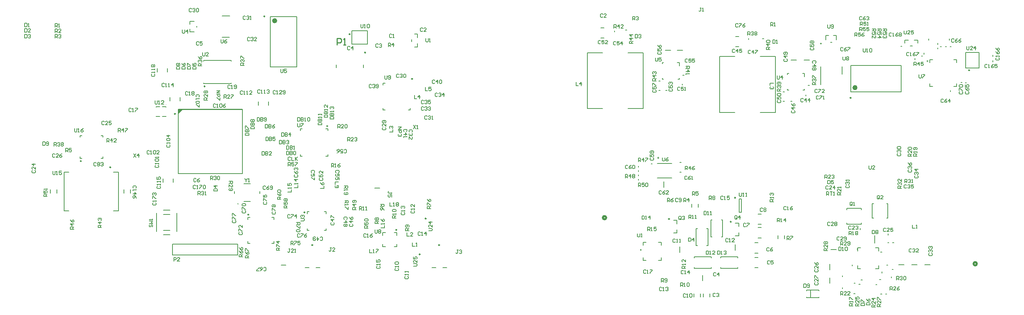
<source format=gto>
G04*
G04 #@! TF.GenerationSoftware,Altium Limited,Altium Designer,21.5.1 (32)*
G04*
G04 Layer_Color=65535*
%FSLAX25Y25*%
%MOIN*%
G70*
G04*
G04 #@! TF.SameCoordinates,DFD27BC7-BC2E-4EA6-85E0-B657734EDDAB*
G04*
G04*
G04 #@! TF.FilePolarity,Positive*
G04*
G01*
G75*
%ADD51C,0.02000*%
%ADD54C,0.01000*%
%ADD150C,0.00600*%
%ADD151C,0.00984*%
%ADD152C,0.02362*%
%ADD153C,0.00787*%
%ADD154C,0.00300*%
%ADD155C,0.00394*%
G36*
X281229Y286028D02*
X281355D01*
X277418Y282090D01*
Y282217D01*
X277386Y282185D01*
Y286122D01*
X281323D01*
X281229Y286028D01*
D02*
G37*
G36*
X703427Y155749D02*
X702427D01*
Y157249D01*
X703427D01*
Y155749D01*
D02*
G37*
D51*
X1012135Y143800D02*
G03*
X1012135Y143800I-1500J0D01*
G01*
X671135Y186250D02*
G03*
X671135Y186250I-1500J0D01*
G01*
D54*
X505630Y185500D02*
G03*
X505630Y185500I-500J0D01*
G01*
X500130Y152500D02*
G03*
X500130Y152500I-500J0D01*
G01*
X423446Y345700D02*
Y351698D01*
X426444D01*
X427444Y350698D01*
Y348699D01*
X426444Y347699D01*
X423446D01*
X429444Y345700D02*
X431443D01*
X430443D01*
Y351698D01*
X429444Y350698D01*
D150*
X869354Y346762D02*
G03*
X869354Y346762I-500J0D01*
G01*
X775435Y334750D02*
X789533D01*
X826835Y283350D02*
Y334750D01*
X812737D02*
X826835D01*
X775435Y283350D02*
Y334750D01*
Y283350D02*
X789533D01*
X812737D02*
X826835D01*
X653935Y338250D02*
X668033D01*
X705335Y286850D02*
Y338250D01*
X691237D02*
X705335D01*
X653935Y286850D02*
Y338250D01*
Y286850D02*
X668033D01*
X691237D02*
X705335D01*
X873354Y350290D02*
Y354251D01*
X880383D02*
X883016D01*
Y350290D02*
Y354251D01*
X877627Y347936D02*
X878744D01*
X873354Y354251D02*
X875988D01*
X968967Y331817D02*
X971680D01*
X993567Y329104D02*
Y331817D01*
X990854Y307217D02*
X993567D01*
X968967D02*
X971680D01*
X993567D02*
Y309929D01*
X990854Y331817D02*
X993567D01*
X968967Y329104D02*
Y331817D01*
Y307217D02*
Y309929D01*
X902399Y158577D02*
X905303D01*
X921738Y155671D02*
Y158577D01*
X918833Y139238D02*
X921738D01*
X902399D02*
Y142144D01*
Y139238D02*
X905303D01*
X921738D02*
Y142144D01*
X918833Y158577D02*
X921738D01*
X902399Y155671D02*
Y158577D01*
X705127Y146869D02*
Y149471D01*
Y163569D02*
X707728D01*
X721827Y160968D02*
Y163569D01*
Y146869D02*
Y149471D01*
X705127Y146869D02*
X707728D01*
X705127Y160968D02*
Y163569D01*
X719226D02*
X721827D01*
X719226Y146869D02*
X721827D01*
X776635Y139559D02*
Y140700D01*
Y149220D02*
Y150359D01*
X792235D01*
Y139559D02*
Y140700D01*
X776635Y139559D02*
X792235D01*
Y149220D02*
Y150359D01*
X767735Y149220D02*
Y150359D01*
Y139559D02*
Y140700D01*
X752135Y139559D02*
X767735D01*
X752135Y149220D02*
Y150359D01*
X767735D01*
X752135Y139559D02*
Y140700D01*
X777195Y168659D02*
X778335D01*
X767535D02*
X768675D01*
X767535D02*
Y184259D01*
X777195D02*
X778335D01*
Y168659D02*
Y184259D01*
X767535D02*
X768675D01*
X763695Y160660D02*
X764835D01*
X754035D02*
X755175D01*
X754035D02*
Y176260D01*
X763695D02*
X764835D01*
Y160660D02*
Y176260D01*
X754035D02*
X755175D01*
X718093Y222910D02*
X731495D01*
X718093Y236312D02*
X731495D01*
X915935Y199250D02*
X917187D01*
X929084Y185850D02*
X930335D01*
X915935D02*
X917187D01*
X915935D02*
Y199250D01*
X929084D02*
X930335D01*
Y185850D02*
Y199250D01*
X892435Y180350D02*
Y181601D01*
X905835Y193498D02*
Y194750D01*
Y180350D02*
Y181601D01*
X892435Y180350D02*
X905835D01*
X892435Y193498D02*
Y194750D01*
X905835D01*
X953002Y179649D02*
Y176450D01*
X955135D01*
X956201D02*
X957268D01*
X956734D01*
Y179649D01*
X956201Y179116D01*
X922602Y203983D02*
Y206116D01*
X922069Y206649D01*
X921002D01*
X920469Y206116D01*
Y203983D01*
X921002Y203450D01*
X922069D01*
X921536Y204517D02*
X922602Y203450D01*
X922069D02*
X922602Y203983D01*
X925801Y203450D02*
X923668D01*
X925801Y205583D01*
Y206116D01*
X925268Y206649D01*
X924201D01*
X923668Y206116D01*
X897635Y197983D02*
Y200116D01*
X897102Y200649D01*
X896036D01*
X895502Y200116D01*
Y197983D01*
X896036Y197450D01*
X897102D01*
X896569Y198516D02*
X897635Y197450D01*
X897102D02*
X897635Y197983D01*
X898701Y197450D02*
X899768D01*
X899234D01*
Y200649D01*
X898701Y200116D01*
X945370Y358649D02*
Y355983D01*
X945903Y355450D01*
X946969D01*
X947502Y355983D01*
Y358649D01*
X950701Y355450D02*
X948569D01*
X950701Y357583D01*
Y358116D01*
X950168Y358649D01*
X949102D01*
X948569Y358116D01*
X953900Y358649D02*
X951768D01*
Y357050D01*
X952834Y357583D01*
X953367D01*
X953900Y357050D01*
Y355983D01*
X953367Y355450D01*
X952301D01*
X951768Y355983D01*
X1002870Y344149D02*
Y341483D01*
X1003403Y340950D01*
X1004469D01*
X1005002Y341483D01*
Y344149D01*
X1008201Y340950D02*
X1006069D01*
X1008201Y343083D01*
Y343616D01*
X1007668Y344149D01*
X1006602D01*
X1006069Y343616D01*
X1010867Y340950D02*
Y344149D01*
X1009268Y342550D01*
X1011400D01*
X793670Y209149D02*
Y206483D01*
X794203Y205950D01*
X795269D01*
X795802Y206483D01*
Y209149D01*
X796869Y205950D02*
X797935D01*
X797402D01*
Y209149D01*
X796869Y208616D01*
X799534Y205950D02*
X800601D01*
X800067D01*
Y209149D01*
X799534Y208616D01*
X907636Y342149D02*
Y339483D01*
X908169Y338950D01*
X909236D01*
X909769Y339483D01*
Y342149D01*
X910835Y338950D02*
X911902D01*
X911368D01*
Y342149D01*
X910835Y341616D01*
X913501D02*
X914034Y342149D01*
X915101D01*
X915634Y341616D01*
Y339483D01*
X915101Y338950D01*
X914034D01*
X913501Y339483D01*
Y341616D01*
X874969Y364149D02*
Y361483D01*
X875502Y360950D01*
X876569D01*
X877102Y361483D01*
Y364149D01*
X878168Y361483D02*
X878701Y360950D01*
X879768D01*
X880301Y361483D01*
Y363616D01*
X879768Y364149D01*
X878701D01*
X878168Y363616D01*
Y363083D01*
X878701Y362550D01*
X880301D01*
X888969Y334649D02*
Y331983D01*
X889502Y331450D01*
X890569D01*
X891102Y331983D01*
Y334649D01*
X892168Y334116D02*
X892701Y334649D01*
X893768D01*
X894301Y334116D01*
Y333583D01*
X893768Y333050D01*
X894301Y332517D01*
Y331983D01*
X893768Y331450D01*
X892701D01*
X892168Y331983D01*
Y332517D01*
X892701Y333050D01*
X892168Y333583D01*
Y334116D01*
X892701Y333050D02*
X893768D01*
X958969Y318149D02*
Y315483D01*
X959502Y314950D01*
X960569D01*
X961102Y315483D01*
Y318149D01*
X962168D02*
X964301D01*
Y317616D01*
X962168Y315483D01*
Y314950D01*
X722969Y241649D02*
Y238983D01*
X723502Y238450D01*
X724569D01*
X725102Y238983D01*
Y241649D01*
X728301D02*
X727235Y241116D01*
X726168Y240050D01*
Y238983D01*
X726701Y238450D01*
X727768D01*
X728301Y238983D01*
Y239516D01*
X727768Y240050D01*
X726168D01*
X716469Y333649D02*
Y330983D01*
X717002Y330450D01*
X718069D01*
X718602Y330983D01*
Y333649D01*
X721801D02*
X719668D01*
Y332050D01*
X720735Y332583D01*
X721268D01*
X721801Y332050D01*
Y330983D01*
X721268Y330450D01*
X720201D01*
X719668Y330983D01*
X828469Y317149D02*
Y314483D01*
X829002Y313950D01*
X830069D01*
X830602Y314483D01*
Y317149D01*
X833268Y313950D02*
Y317149D01*
X831668Y315550D01*
X833801D01*
X912969Y234149D02*
Y231483D01*
X913502Y230950D01*
X914569D01*
X915102Y231483D01*
Y234149D01*
X918301Y230950D02*
X916168D01*
X918301Y233083D01*
Y233616D01*
X917768Y234149D01*
X916701D01*
X916168Y233616D01*
X700002Y171649D02*
Y168983D01*
X700536Y168450D01*
X701602D01*
X702135Y168983D01*
Y171649D01*
X703201Y168450D02*
X704268D01*
X703734D01*
Y171649D01*
X703201Y171116D01*
X873903Y206950D02*
Y210149D01*
X875502D01*
X876035Y209616D01*
Y208550D01*
X875502Y208016D01*
X873903D01*
X874969D02*
X876035Y206950D01*
X877102Y210149D02*
X879235D01*
X878168D01*
Y206950D01*
X880301D02*
X881367D01*
X880834D01*
Y210149D01*
X880301Y209616D01*
X899870Y353450D02*
Y356649D01*
X901469D01*
X902002Y356116D01*
Y355050D01*
X901469Y354517D01*
X899870D01*
X900936D02*
X902002Y353450D01*
X905201Y356649D02*
X903069D01*
Y355050D01*
X904135Y355583D01*
X904668D01*
X905201Y355050D01*
Y353983D01*
X904668Y353450D01*
X903602D01*
X903069Y353983D01*
X908400Y356649D02*
X907334Y356116D01*
X906268Y355050D01*
Y353983D01*
X906801Y353450D01*
X907867D01*
X908400Y353983D01*
Y354517D01*
X907867Y355050D01*
X906268D01*
X904370Y358450D02*
Y361649D01*
X905969D01*
X906502Y361116D01*
Y360050D01*
X905969Y359517D01*
X904370D01*
X905436D02*
X906502Y358450D01*
X909701Y361649D02*
X907569D01*
Y360050D01*
X908635Y360583D01*
X909168D01*
X909701Y360050D01*
Y358983D01*
X909168Y358450D01*
X908102D01*
X907569Y358983D01*
X912900Y361649D02*
X910768D01*
Y360050D01*
X911834Y360583D01*
X912367D01*
X912900Y360050D01*
Y358983D01*
X912367Y358450D01*
X911301D01*
X910768Y358983D01*
X921036Y360315D02*
X924234D01*
Y358716D01*
X923701Y358182D01*
X922635D01*
X922102Y358716D01*
Y360315D01*
Y359249D02*
X921036Y358182D01*
X924234Y354983D02*
Y357116D01*
X922635D01*
X923168Y356050D01*
Y355517D01*
X922635Y354983D01*
X921569D01*
X921036Y355517D01*
Y356583D01*
X921569Y357116D01*
X921036Y352318D02*
X924234D01*
X922635Y353917D01*
Y351784D01*
X926036Y360315D02*
X929235D01*
Y358716D01*
X928701Y358182D01*
X927635D01*
X927102Y358716D01*
Y360315D01*
Y359249D02*
X926036Y358182D01*
X929235Y354983D02*
Y357116D01*
X927635D01*
X928168Y356050D01*
Y355517D01*
X927635Y354983D01*
X926569D01*
X926036Y355517D01*
Y356583D01*
X926569Y357116D01*
X928701Y353917D02*
X929235Y353384D01*
Y352318D01*
X928701Y351784D01*
X928168D01*
X927635Y352318D01*
Y352851D01*
Y352318D01*
X927102Y351784D01*
X926569D01*
X926036Y352318D01*
Y353384D01*
X926569Y353917D01*
X916036Y360315D02*
X919234D01*
Y358716D01*
X918701Y358182D01*
X917635D01*
X917102Y358716D01*
Y360315D01*
Y359249D02*
X916036Y358182D01*
X919234Y354983D02*
Y357116D01*
X917635D01*
X918168Y356050D01*
Y355517D01*
X917635Y354983D01*
X916569D01*
X916036Y355517D01*
Y356583D01*
X916569Y357116D01*
X916036Y351784D02*
Y353917D01*
X918168Y351784D01*
X918701D01*
X919234Y352318D01*
Y353384D01*
X918701Y353917D01*
X904903Y363450D02*
Y366649D01*
X906502D01*
X907036Y366116D01*
Y365050D01*
X906502Y364516D01*
X904903D01*
X905969D02*
X907036Y363450D01*
X910235Y366649D02*
X908102D01*
Y365050D01*
X909168Y365583D01*
X909701D01*
X910235Y365050D01*
Y363983D01*
X909701Y363450D01*
X908635D01*
X908102Y363983D01*
X911301Y363450D02*
X912367D01*
X911834D01*
Y366649D01*
X911301Y366116D01*
X700870Y214950D02*
Y218149D01*
X702469D01*
X703002Y217616D01*
Y216550D01*
X702469Y216017D01*
X700870D01*
X701936D02*
X703002Y214950D01*
X706201Y218149D02*
X704069D01*
Y216550D01*
X705135Y217083D01*
X705668D01*
X706201Y216550D01*
Y215483D01*
X705668Y214950D01*
X704602D01*
X704069Y215483D01*
X707268Y217616D02*
X707801Y218149D01*
X708867D01*
X709400Y217616D01*
Y215483D01*
X708867Y214950D01*
X707801D01*
X707268Y215483D01*
Y217616D01*
X688870Y222950D02*
Y226149D01*
X690469D01*
X691002Y225616D01*
Y224550D01*
X690469Y224016D01*
X688870D01*
X689936D02*
X691002Y222950D01*
X693668D02*
Y226149D01*
X692069Y224550D01*
X694201D01*
X695268Y225616D02*
X695801Y226149D01*
X696867D01*
X697400Y225616D01*
Y225083D01*
X696867Y224550D01*
X697400Y224016D01*
Y223483D01*
X696867Y222950D01*
X695801D01*
X695268Y223483D01*
Y224016D01*
X695801Y224550D01*
X695268Y225083D01*
Y225616D01*
X695801Y224550D02*
X696867D01*
X700870Y237950D02*
Y241149D01*
X702469D01*
X703002Y240616D01*
Y239550D01*
X702469Y239017D01*
X700870D01*
X701936D02*
X703002Y237950D01*
X705668D02*
Y241149D01*
X704069Y239550D01*
X706201D01*
X707268Y241149D02*
X709400D01*
Y240616D01*
X707268Y238483D01*
Y237950D01*
X743870Y230450D02*
Y233649D01*
X745469D01*
X746002Y233116D01*
Y232050D01*
X745469Y231517D01*
X743870D01*
X744936D02*
X746002Y230450D01*
X748668D02*
Y233649D01*
X747069Y232050D01*
X749201D01*
X752400Y233649D02*
X751334Y233116D01*
X750268Y232050D01*
Y230983D01*
X750801Y230450D01*
X751867D01*
X752400Y230983D01*
Y231517D01*
X751867Y232050D01*
X750268D01*
X954370Y326450D02*
Y329649D01*
X955969D01*
X956502Y329116D01*
Y328050D01*
X955969Y327517D01*
X954370D01*
X955436D02*
X956502Y326450D01*
X959168D02*
Y329649D01*
X957569Y328050D01*
X959701D01*
X962900Y329649D02*
X960768D01*
Y328050D01*
X961834Y328583D01*
X962367D01*
X962900Y328050D01*
Y326983D01*
X962367Y326450D01*
X961301D01*
X960768Y326983D01*
X695735Y346784D02*
X692535D01*
Y348384D01*
X693069Y348917D01*
X694135D01*
X694668Y348384D01*
Y346784D01*
Y347851D02*
X695735Y348917D01*
Y351583D02*
X692535D01*
X694135Y349983D01*
Y352116D01*
X695735Y354782D02*
X692535D01*
X694135Y353182D01*
Y355315D01*
X717235Y312284D02*
X714036D01*
Y313884D01*
X714569Y314417D01*
X715635D01*
X716168Y313884D01*
Y312284D01*
Y313351D02*
X717235Y314417D01*
Y317083D02*
X714036D01*
X715635Y315483D01*
Y317616D01*
X714569Y318682D02*
X714036Y319215D01*
Y320282D01*
X714569Y320815D01*
X715102D01*
X715635Y320282D01*
Y319749D01*
Y320282D01*
X716168Y320815D01*
X716701D01*
X717235Y320282D01*
Y319215D01*
X716701Y318682D01*
X678370Y360950D02*
Y364149D01*
X679969D01*
X680502Y363616D01*
Y362550D01*
X679969Y362017D01*
X678370D01*
X679436D02*
X680502Y360950D01*
X683168D02*
Y364149D01*
X681569Y362550D01*
X683701D01*
X686900Y360950D02*
X684768D01*
X686900Y363083D01*
Y363616D01*
X686367Y364149D01*
X685301D01*
X684768Y363616D01*
X744535Y325782D02*
X747734D01*
Y324182D01*
X747201Y323649D01*
X746135D01*
X745602Y324182D01*
Y325782D01*
Y324715D02*
X744535Y323649D01*
Y320983D02*
X747734D01*
X746135Y322583D01*
Y320450D01*
X744535Y319384D02*
Y318318D01*
Y318851D01*
X747734D01*
X747201Y319384D01*
X821735Y341284D02*
X818536D01*
Y342884D01*
X819069Y343417D01*
X820135D01*
X820668Y342884D01*
Y341284D01*
Y342351D02*
X821735Y343417D01*
Y346083D02*
X818536D01*
X820135Y344483D01*
Y346616D01*
X819069Y347682D02*
X818536Y348216D01*
Y349282D01*
X819069Y349815D01*
X821201D01*
X821735Y349282D01*
Y348216D01*
X821201Y347682D01*
X819069D01*
X831734Y302784D02*
X828535D01*
Y304384D01*
X829069Y304917D01*
X830135D01*
X830668Y304384D01*
Y302784D01*
Y303851D02*
X831734Y304917D01*
X829069Y305983D02*
X828535Y306517D01*
Y307583D01*
X829069Y308116D01*
X829602D01*
X830135Y307583D01*
Y307050D01*
Y307583D01*
X830668Y308116D01*
X831201D01*
X831734Y307583D01*
Y306517D01*
X831201Y305983D01*
Y309182D02*
X831734Y309716D01*
Y310782D01*
X831201Y311315D01*
X829069D01*
X828535Y310782D01*
Y309716D01*
X829069Y309182D01*
X829602D01*
X830135Y309716D01*
Y311315D01*
X801370Y354450D02*
Y357649D01*
X802969D01*
X803502Y357116D01*
Y356050D01*
X802969Y355517D01*
X801370D01*
X802436D02*
X803502Y354450D01*
X804569Y357116D02*
X805102Y357649D01*
X806168D01*
X806701Y357116D01*
Y356583D01*
X806168Y356050D01*
X805635D01*
X806168D01*
X806701Y355517D01*
Y354983D01*
X806168Y354450D01*
X805102D01*
X804569Y354983D01*
X807768Y357116D02*
X808301Y357649D01*
X809367D01*
X809900Y357116D01*
Y356583D01*
X809367Y356050D01*
X809900Y355517D01*
Y354983D01*
X809367Y354450D01*
X808301D01*
X807768Y354983D01*
Y355517D01*
X808301Y356050D01*
X807768Y356583D01*
Y357116D01*
X808301Y356050D02*
X809367D01*
X864235Y308784D02*
X861036D01*
Y310384D01*
X861569Y310917D01*
X862635D01*
X863168Y310384D01*
Y308784D01*
Y309851D02*
X864235Y310917D01*
X861569Y311983D02*
X861036Y312516D01*
Y313583D01*
X861569Y314116D01*
X862102D01*
X862635Y313583D01*
Y313050D01*
Y313583D01*
X863168Y314116D01*
X863701D01*
X864235Y313583D01*
Y312516D01*
X863701Y311983D01*
X861036Y315182D02*
Y317315D01*
X861569D01*
X863701Y315182D01*
X864235D01*
X942735Y213284D02*
X939536D01*
Y214884D01*
X940069Y215417D01*
X941135D01*
X941668Y214884D01*
Y213284D01*
Y214351D02*
X942735Y215417D01*
X940069Y216483D02*
X939536Y217017D01*
Y218083D01*
X940069Y218616D01*
X940602D01*
X941135Y218083D01*
Y217550D01*
Y218083D01*
X941668Y218616D01*
X942201D01*
X942735Y218083D01*
Y217017D01*
X942201Y216483D01*
X942735Y221815D02*
Y219682D01*
X940602Y221815D01*
X940069D01*
X939536Y221282D01*
Y220216D01*
X940069Y219682D01*
X945903Y218450D02*
Y221649D01*
X947502D01*
X948036Y221116D01*
Y220050D01*
X947502Y219516D01*
X945903D01*
X946969D02*
X948036Y218450D01*
X949102Y221116D02*
X949635Y221649D01*
X950701D01*
X951235Y221116D01*
Y220583D01*
X950701Y220050D01*
X950168D01*
X950701D01*
X951235Y219516D01*
Y218983D01*
X950701Y218450D01*
X949635D01*
X949102Y218983D01*
X952301Y218450D02*
X953367D01*
X952834D01*
Y221649D01*
X952301Y221116D01*
X938370Y128950D02*
Y132149D01*
X939969D01*
X940502Y131616D01*
Y130550D01*
X939969Y130017D01*
X938370D01*
X939436D02*
X940502Y128950D01*
X941569Y131616D02*
X942102Y132149D01*
X943168D01*
X943701Y131616D01*
Y131083D01*
X943168Y130550D01*
X942635D01*
X943168D01*
X943701Y130017D01*
Y129483D01*
X943168Y128950D01*
X942102D01*
X941569Y129483D01*
X944768Y131616D02*
X945301Y132149D01*
X946367D01*
X946900Y131616D01*
Y129483D01*
X946367Y128950D01*
X945301D01*
X944768Y129483D01*
Y131616D01*
X886870Y160950D02*
Y164149D01*
X888469D01*
X889002Y163616D01*
Y162550D01*
X888469Y162016D01*
X886870D01*
X887936D02*
X889002Y160950D01*
X892201D02*
X890069D01*
X892201Y163083D01*
Y163616D01*
X891668Y164149D01*
X890602D01*
X890069Y163616D01*
X893268Y161483D02*
X893801Y160950D01*
X894867D01*
X895400Y161483D01*
Y163616D01*
X894867Y164149D01*
X893801D01*
X893268Y163616D01*
Y163083D01*
X893801Y162550D01*
X895400D01*
X874734Y155784D02*
X871535D01*
Y157384D01*
X872069Y157917D01*
X873135D01*
X873668Y157384D01*
Y155784D01*
Y156851D02*
X874734Y157917D01*
Y161116D02*
Y158983D01*
X872602Y161116D01*
X872069D01*
X871535Y160583D01*
Y159517D01*
X872069Y158983D01*
Y162182D02*
X871535Y162715D01*
Y163782D01*
X872069Y164315D01*
X872602D01*
X873135Y163782D01*
X873668Y164315D01*
X874201D01*
X874734Y163782D01*
Y162715D01*
X874201Y162182D01*
X873668D01*
X873135Y162715D01*
X872602Y162182D01*
X872069D01*
X873135Y162715D02*
Y163782D01*
X923734Y104284D02*
X920535D01*
Y105884D01*
X921069Y106417D01*
X922135D01*
X922668Y105884D01*
Y104284D01*
Y105351D02*
X923734Y106417D01*
Y109616D02*
Y107483D01*
X921602Y109616D01*
X921069D01*
X920535Y109083D01*
Y108017D01*
X921069Y107483D01*
X920535Y110682D02*
Y112815D01*
X921069D01*
X923201Y110682D01*
X923734D01*
X932370Y119450D02*
Y122649D01*
X933969D01*
X934502Y122116D01*
Y121050D01*
X933969Y120517D01*
X932370D01*
X933436D02*
X934502Y119450D01*
X937701D02*
X935569D01*
X937701Y121583D01*
Y122116D01*
X937168Y122649D01*
X936102D01*
X935569Y122116D01*
X940900Y122649D02*
X939834Y122116D01*
X938768Y121050D01*
Y119983D01*
X939301Y119450D01*
X940367D01*
X940900Y119983D01*
Y120517D01*
X940367Y121050D01*
X938768D01*
X903734Y104784D02*
X900535D01*
Y106384D01*
X901069Y106917D01*
X902135D01*
X902668Y106384D01*
Y104784D01*
Y105851D02*
X903734Y106917D01*
Y110116D02*
Y107983D01*
X901602Y110116D01*
X901069D01*
X900535Y109583D01*
Y108517D01*
X901069Y107983D01*
X900535Y113315D02*
Y111182D01*
X902135D01*
X901602Y112249D01*
Y112782D01*
X902135Y113315D01*
X903201D01*
X903734Y112782D01*
Y111715D01*
X903201Y111182D01*
X918734Y103784D02*
X915536D01*
Y105384D01*
X916069Y105917D01*
X917135D01*
X917668Y105384D01*
Y103784D01*
Y104851D02*
X918734Y105917D01*
Y109116D02*
Y106983D01*
X916602Y109116D01*
X916069D01*
X915536Y108583D01*
Y107517D01*
X916069Y106983D01*
X918734Y111782D02*
X915536D01*
X917135Y110182D01*
Y112315D01*
X872370Y222450D02*
Y225649D01*
X873969D01*
X874502Y225116D01*
Y224050D01*
X873969Y223517D01*
X872370D01*
X873436D02*
X874502Y222450D01*
X877701D02*
X875569D01*
X877701Y224583D01*
Y225116D01*
X877168Y225649D01*
X876102D01*
X875569Y225116D01*
X878768D02*
X879301Y225649D01*
X880367D01*
X880900Y225116D01*
Y224583D01*
X880367Y224050D01*
X879834D01*
X880367D01*
X880900Y223517D01*
Y222983D01*
X880367Y222450D01*
X879301D01*
X878768Y222983D01*
X886870Y114950D02*
Y118149D01*
X888469D01*
X889002Y117616D01*
Y116550D01*
X888469Y116016D01*
X886870D01*
X887936D02*
X889002Y114950D01*
X892201D02*
X890069D01*
X892201Y117083D01*
Y117616D01*
X891668Y118149D01*
X890602D01*
X890069Y117616D01*
X895400Y114950D02*
X893268D01*
X895400Y117083D01*
Y117616D01*
X894867Y118149D01*
X893801D01*
X893268Y117616D01*
X887234Y207317D02*
X884035D01*
Y208917D01*
X884569Y209450D01*
X885635D01*
X886168Y208917D01*
Y207317D01*
Y208384D02*
X887234Y209450D01*
Y212649D02*
Y210517D01*
X885102Y212649D01*
X884569D01*
X884035Y212116D01*
Y211050D01*
X884569Y210517D01*
X887234Y213716D02*
Y214782D01*
Y214249D01*
X884035D01*
X884569Y213716D01*
X952234Y242784D02*
X949035D01*
Y244384D01*
X949569Y244917D01*
X950635D01*
X951168Y244384D01*
Y242784D01*
Y243851D02*
X952234Y244917D01*
Y248116D02*
Y245983D01*
X950102Y248116D01*
X949569D01*
X949035Y247583D01*
Y246516D01*
X949569Y245983D01*
Y249182D02*
X949035Y249715D01*
Y250782D01*
X949569Y251315D01*
X951701D01*
X952234Y250782D01*
Y249715D01*
X951701Y249182D01*
X949569D01*
X957234Y243051D02*
X954035D01*
Y244651D01*
X954569Y245184D01*
X955635D01*
X956168Y244651D01*
Y243051D01*
Y244117D02*
X957234Y245184D01*
Y246250D02*
Y247316D01*
Y246783D01*
X954035D01*
X954569Y246250D01*
X956701Y248916D02*
X957234Y249449D01*
Y250515D01*
X956701Y251048D01*
X954569D01*
X954035Y250515D01*
Y249449D01*
X954569Y248916D01*
X955102D01*
X955635Y249449D01*
Y251048D01*
X894636Y170450D02*
Y173649D01*
X896236D01*
X896769Y173116D01*
Y172050D01*
X896236Y171517D01*
X894636D01*
X895703D02*
X896769Y170450D01*
X897835D02*
X898902D01*
X898368D01*
Y173649D01*
X897835Y173116D01*
X900501D02*
X901034Y173649D01*
X902101D01*
X902634Y173116D01*
Y172583D01*
X902101Y172050D01*
X902634Y171517D01*
Y170983D01*
X902101Y170450D01*
X901034D01*
X900501Y170983D01*
Y171517D01*
X901034Y172050D01*
X900501Y172583D01*
Y173116D01*
X901034Y172050D02*
X902101D01*
X898234Y105051D02*
X895035D01*
Y106650D01*
X895569Y107184D01*
X896635D01*
X897168Y106650D01*
Y105051D01*
Y106117D02*
X898234Y107184D01*
Y108250D02*
Y109316D01*
Y108783D01*
X895035D01*
X895569Y108250D01*
X895035Y110916D02*
Y113048D01*
X895569D01*
X897701Y110916D01*
X898234D01*
X709294Y174281D02*
Y177480D01*
X710894D01*
X711427Y176946D01*
Y175880D01*
X710894Y175347D01*
X709294D01*
X710361D02*
X711427Y174281D01*
X712493D02*
X713560D01*
X713027D01*
Y177480D01*
X712493Y176946D01*
X717292Y177480D02*
X715159D01*
Y175880D01*
X716225Y176413D01*
X716759D01*
X717292Y175880D01*
Y174814D01*
X716759Y174281D01*
X715692D01*
X715159Y174814D01*
X828636Y182450D02*
Y185649D01*
X830236D01*
X830769Y185116D01*
Y184050D01*
X830236Y183517D01*
X828636D01*
X829703D02*
X830769Y182450D01*
X831835D02*
X832902D01*
X832368D01*
Y185649D01*
X831835Y185116D01*
X836101Y182450D02*
Y185649D01*
X834501Y184050D01*
X836634D01*
X825235Y201051D02*
X822036D01*
Y202650D01*
X822569Y203184D01*
X823635D01*
X824168Y202650D01*
Y201051D01*
Y202117D02*
X825235Y203184D01*
Y204250D02*
Y205316D01*
Y204783D01*
X822036D01*
X822569Y204250D01*
Y206916D02*
X822036Y207449D01*
Y208515D01*
X822569Y209048D01*
X823102D01*
X823635Y208515D01*
Y207982D01*
Y208515D01*
X824168Y209048D01*
X824701D01*
X825235Y208515D01*
Y207449D01*
X824701Y206916D01*
X744235Y139551D02*
X741036D01*
Y141150D01*
X741569Y141684D01*
X742635D01*
X743168Y141150D01*
Y139551D01*
Y140617D02*
X744235Y141684D01*
Y142750D02*
Y143816D01*
Y143283D01*
X741036D01*
X741569Y142750D01*
X744235Y147548D02*
Y145416D01*
X742102Y147548D01*
X741569D01*
X741036Y147015D01*
Y145949D01*
X741569Y145416D01*
X747169Y185450D02*
Y188649D01*
X748769D01*
X749302Y188116D01*
Y187050D01*
X748769Y186516D01*
X747169D01*
X748236D02*
X749302Y185450D01*
X750368D02*
X751435D01*
X750902D01*
Y188649D01*
X750368Y188116D01*
X753034Y185450D02*
X754101D01*
X753567D01*
Y188649D01*
X753034Y188116D01*
X739636Y122950D02*
Y126149D01*
X741236D01*
X741769Y125616D01*
Y124550D01*
X741236Y124016D01*
X739636D01*
X740703D02*
X741769Y122950D01*
X742835D02*
X743902D01*
X743368D01*
Y126149D01*
X742835Y125616D01*
X745501D02*
X746034Y126149D01*
X747101D01*
X747634Y125616D01*
Y123483D01*
X747101Y122950D01*
X746034D01*
X745501Y123483D01*
Y125616D01*
X721969Y126950D02*
Y130149D01*
X723569D01*
X724102Y129616D01*
Y128550D01*
X723569Y128016D01*
X721969D01*
X723036D02*
X724102Y126950D01*
X725168Y127483D02*
X725701Y126950D01*
X726768D01*
X727301Y127483D01*
Y129616D01*
X726768Y130149D01*
X725701D01*
X725168Y129616D01*
Y129083D01*
X725701Y128550D01*
X727301D01*
X765969Y202950D02*
Y206149D01*
X767569D01*
X768102Y205616D01*
Y204550D01*
X767569Y204016D01*
X765969D01*
X767036D02*
X768102Y202950D01*
X769168Y205616D02*
X769701Y206149D01*
X770768D01*
X771301Y205616D01*
Y205083D01*
X770768Y204550D01*
X771301Y204016D01*
Y203483D01*
X770768Y202950D01*
X769701D01*
X769168Y203483D01*
Y204016D01*
X769701Y204550D01*
X769168Y205083D01*
Y205616D01*
X769701Y204550D02*
X770768D01*
X837469Y165950D02*
Y169149D01*
X839069D01*
X839602Y168616D01*
Y167550D01*
X839069Y167016D01*
X837469D01*
X838536D02*
X839602Y165950D01*
X840668Y169149D02*
X842801D01*
Y168616D01*
X840668Y166483D01*
Y165950D01*
X727469Y200950D02*
Y204149D01*
X729069D01*
X729602Y203616D01*
Y202550D01*
X729069Y202016D01*
X727469D01*
X728536D02*
X729602Y200950D01*
X732801Y204149D02*
X731735Y203616D01*
X730668Y202550D01*
Y201483D01*
X731201Y200950D01*
X732268D01*
X732801Y201483D01*
Y202016D01*
X732268Y202550D01*
X730668D01*
X750469Y206950D02*
Y210149D01*
X752069D01*
X752602Y209616D01*
Y208550D01*
X752069Y208016D01*
X750469D01*
X751536D02*
X752602Y206950D01*
X755801Y210149D02*
X753668D01*
Y208550D01*
X754735Y209083D01*
X755268D01*
X755801Y208550D01*
Y207483D01*
X755268Y206950D01*
X754201D01*
X753668Y207483D01*
X742469Y200950D02*
Y204149D01*
X744069D01*
X744602Y203616D01*
Y202550D01*
X744069Y202016D01*
X742469D01*
X743536D02*
X744602Y200950D01*
X747268D02*
Y204149D01*
X745668Y202550D01*
X747801D01*
X695469Y368450D02*
Y371649D01*
X697069D01*
X697602Y371116D01*
Y370050D01*
X697069Y369516D01*
X695469D01*
X696536D02*
X697602Y368450D01*
X698668Y371116D02*
X699201Y371649D01*
X700268D01*
X700801Y371116D01*
Y370583D01*
X700268Y370050D01*
X699734D01*
X700268D01*
X700801Y369516D01*
Y368983D01*
X700268Y368450D01*
X699201D01*
X698668Y368983D01*
X822502Y362950D02*
Y366149D01*
X824102D01*
X824635Y365616D01*
Y364550D01*
X824102Y364017D01*
X822502D01*
X823569D02*
X824635Y362950D01*
X825701D02*
X826768D01*
X826235D01*
Y366149D01*
X825701Y365616D01*
X791602Y185483D02*
Y187616D01*
X791069Y188149D01*
X790002D01*
X789469Y187616D01*
Y185483D01*
X790002Y184950D01*
X791069D01*
X790536Y186016D02*
X791602Y184950D01*
X791069D02*
X791602Y185483D01*
X794268Y184950D02*
Y188149D01*
X792668Y186550D01*
X794801D01*
X740102Y184983D02*
Y187116D01*
X739569Y187649D01*
X738502D01*
X737969Y187116D01*
Y184983D01*
X738502Y184450D01*
X739569D01*
X739036Y185517D02*
X740102Y184450D01*
X739569D02*
X740102Y184983D01*
X741168Y187116D02*
X741701Y187649D01*
X742768D01*
X743301Y187116D01*
Y186583D01*
X742768Y186050D01*
X742235D01*
X742768D01*
X743301Y185517D01*
Y184983D01*
X742768Y184450D01*
X741701D01*
X741168Y184983D01*
X643469Y311149D02*
Y307950D01*
X645602D01*
X648268D02*
Y311149D01*
X646668Y309550D01*
X648801D01*
X825211Y310215D02*
X822012D01*
Y308083D01*
X824678Y307016D02*
X825211Y306483D01*
Y305417D01*
X824678Y304884D01*
X824145D01*
X823611Y305417D01*
Y305950D01*
Y305417D01*
X823078Y304884D01*
X822545D01*
X822012Y305417D01*
Y306483D01*
X822545Y307016D01*
X704053Y188069D02*
Y184870D01*
X705653D01*
X706186Y185403D01*
Y187536D01*
X705653Y188069D01*
X704053D01*
X707252Y184870D02*
X708318D01*
X707785D01*
Y188069D01*
X707252Y187536D01*
X711517Y184870D02*
Y188069D01*
X709918Y186469D01*
X712050D01*
X773636Y155649D02*
Y152450D01*
X775236D01*
X775769Y152983D01*
Y155116D01*
X775236Y155649D01*
X773636D01*
X776835Y152450D02*
X777902D01*
X777368D01*
Y155649D01*
X776835Y155116D01*
X779501D02*
X780034Y155649D01*
X781101D01*
X781634Y155116D01*
Y154583D01*
X781101Y154050D01*
X780567D01*
X781101D01*
X781634Y153516D01*
Y152983D01*
X781101Y152450D01*
X780034D01*
X779501Y152983D01*
X763136Y155649D02*
Y152450D01*
X764736D01*
X765269Y152983D01*
Y155116D01*
X764736Y155649D01*
X763136D01*
X766335Y152450D02*
X767402D01*
X766868D01*
Y155649D01*
X766335Y155116D01*
X771134Y152450D02*
X769001D01*
X771134Y154583D01*
Y155116D01*
X770601Y155649D01*
X769534D01*
X769001Y155116D01*
X761169Y192149D02*
Y188950D01*
X762769D01*
X763302Y189483D01*
Y191616D01*
X762769Y192149D01*
X761169D01*
X764368Y188950D02*
X765435D01*
X764902D01*
Y192149D01*
X764368Y191616D01*
X767034Y188950D02*
X768101D01*
X767567D01*
Y192149D01*
X767034Y191616D01*
X885136Y159149D02*
Y155950D01*
X886736D01*
X887269Y156483D01*
Y158616D01*
X886736Y159149D01*
X885136D01*
X888335Y155950D02*
X889402D01*
X888869D01*
Y159149D01*
X888335Y158616D01*
X891001D02*
X891534Y159149D01*
X892601D01*
X893134Y158616D01*
Y156483D01*
X892601Y155950D01*
X891534D01*
X891001Y156483D01*
Y158616D01*
X852969Y125149D02*
Y121950D01*
X854569D01*
X855102Y122483D01*
Y124616D01*
X854569Y125149D01*
X852969D01*
X856168Y122483D02*
X856701Y121950D01*
X857768D01*
X858301Y122483D01*
Y124616D01*
X857768Y125149D01*
X856701D01*
X856168Y124616D01*
Y124083D01*
X856701Y123550D01*
X858301D01*
X915969Y174649D02*
Y171450D01*
X917569D01*
X918102Y171983D01*
Y174116D01*
X917569Y174649D01*
X915969D01*
X919168Y174116D02*
X919701Y174649D01*
X920768D01*
X921301Y174116D01*
Y173583D01*
X920768Y173050D01*
X921301Y172517D01*
Y171983D01*
X920768Y171450D01*
X919701D01*
X919168Y171983D01*
Y172517D01*
X919701Y173050D01*
X919168Y173583D01*
Y174116D01*
X919701Y173050D02*
X920768D01*
X905536Y105384D02*
X908735D01*
Y106983D01*
X908201Y107517D01*
X906069D01*
X905536Y106983D01*
Y105384D01*
Y108583D02*
Y110715D01*
X906069D01*
X908201Y108583D01*
X908735D01*
X910536Y105884D02*
X913735D01*
Y107483D01*
X913201Y108017D01*
X911069D01*
X910536Y107483D01*
Y105884D01*
Y111215D02*
X911069Y110149D01*
X912135Y109083D01*
X913201D01*
X913735Y109616D01*
Y110682D01*
X913201Y111215D01*
X912668D01*
X912135Y110682D01*
Y109083D01*
X874969Y220649D02*
Y217450D01*
X876569D01*
X877102Y217983D01*
Y220116D01*
X876569Y220649D01*
X874969D01*
X880301D02*
X878168D01*
Y219050D01*
X879235Y219583D01*
X879768D01*
X880301Y219050D01*
Y217983D01*
X879768Y217450D01*
X878701D01*
X878168Y217983D01*
X746969Y167649D02*
Y164450D01*
X748569D01*
X749102Y164983D01*
Y167116D01*
X748569Y167649D01*
X746969D01*
X751768Y164450D02*
Y167649D01*
X750168Y166050D01*
X752301D01*
X697969Y355149D02*
Y351950D01*
X699569D01*
X700102Y352483D01*
Y354616D01*
X699569Y355149D01*
X697969D01*
X701168Y354616D02*
X701701Y355149D01*
X702768D01*
X703301Y354616D01*
Y354083D01*
X702768Y353550D01*
X702235D01*
X702768D01*
X703301Y353016D01*
Y352483D01*
X702768Y351950D01*
X701701D01*
X701168Y352483D01*
X824502Y350149D02*
Y346950D01*
X826102D01*
X826635Y347483D01*
Y349616D01*
X826102Y350149D01*
X824502D01*
X827701Y346950D02*
X828768D01*
X828234D01*
Y350149D01*
X827701Y349616D01*
X933669Y356116D02*
X933136Y356649D01*
X932070D01*
X931537Y356116D01*
Y353983D01*
X932070Y353450D01*
X933136D01*
X933669Y353983D01*
X934736Y353450D02*
X935802D01*
X935269D01*
Y356649D01*
X934736Y356116D01*
X939534Y356649D02*
X938468Y356116D01*
X937402Y355050D01*
Y353983D01*
X937935Y353450D01*
X939001D01*
X939534Y353983D01*
Y354517D01*
X939001Y355050D01*
X937402D01*
X940601Y356116D02*
X941134Y356649D01*
X942200D01*
X942733Y356116D01*
Y355583D01*
X942200Y355050D01*
X942733Y354517D01*
Y353983D01*
X942200Y353450D01*
X941134D01*
X940601Y353983D01*
Y354517D01*
X941134Y355050D01*
X940601Y355583D01*
Y356116D01*
X941134Y355050D02*
X942200D01*
X949669Y338116D02*
X949136Y338649D01*
X948070D01*
X947537Y338116D01*
Y335983D01*
X948070Y335450D01*
X949136D01*
X949669Y335983D01*
X950736Y335450D02*
X951802D01*
X951269D01*
Y338649D01*
X950736Y338116D01*
X955534Y338649D02*
X954468Y338116D01*
X953402Y337050D01*
Y335983D01*
X953935Y335450D01*
X955001D01*
X955534Y335983D01*
Y336516D01*
X955001Y337050D01*
X953402D01*
X956601Y338649D02*
X958733D01*
Y338116D01*
X956601Y335983D01*
Y335450D01*
X1030069Y333584D02*
X1029535Y333051D01*
Y331985D01*
X1030069Y331452D01*
X1032201D01*
X1032734Y331985D01*
Y333051D01*
X1032201Y333584D01*
X1032734Y334650D02*
Y335717D01*
Y335184D01*
X1029535D01*
X1030069Y334650D01*
X1029535Y339449D02*
X1030069Y338383D01*
X1031135Y337316D01*
X1032201D01*
X1032734Y337849D01*
Y338916D01*
X1032201Y339449D01*
X1031668D01*
X1031135Y338916D01*
Y337316D01*
X1029535Y342648D02*
X1030069Y341582D01*
X1031135Y340515D01*
X1032201D01*
X1032734Y341048D01*
Y342115D01*
X1032201Y342648D01*
X1031668D01*
X1031135Y342115D01*
Y340515D01*
X1021669Y327116D02*
X1021136Y327649D01*
X1020070D01*
X1019537Y327116D01*
Y324983D01*
X1020070Y324450D01*
X1021136D01*
X1021669Y324983D01*
X1022736Y324450D02*
X1023802D01*
X1023269D01*
Y327649D01*
X1022736Y327116D01*
X1027534Y327649D02*
X1026468Y327116D01*
X1025402Y326050D01*
Y324983D01*
X1025935Y324450D01*
X1027001D01*
X1027534Y324983D01*
Y325517D01*
X1027001Y326050D01*
X1025402D01*
X1030733Y327649D02*
X1028601D01*
Y326050D01*
X1029667Y326583D01*
X1030200D01*
X1030733Y326050D01*
Y324983D01*
X1030200Y324450D01*
X1029134D01*
X1028601Y324983D01*
X792502Y364616D02*
X791969Y365149D01*
X790903D01*
X790370Y364616D01*
Y362483D01*
X790903Y361950D01*
X791969D01*
X792502Y362483D01*
X793569Y365149D02*
X795701D01*
Y364616D01*
X793569Y362483D01*
Y361950D01*
X798900Y365149D02*
X797834Y364616D01*
X796768Y363550D01*
Y362483D01*
X797301Y361950D01*
X798367D01*
X798900Y362483D01*
Y363017D01*
X798367Y363550D01*
X796768D01*
X865502Y304116D02*
X864969Y304649D01*
X863903D01*
X863370Y304116D01*
Y301983D01*
X863903Y301450D01*
X864969D01*
X865502Y301983D01*
X866569Y304649D02*
X868701D01*
Y304116D01*
X866569Y301983D01*
Y301450D01*
X871900D02*
X869768D01*
X871900Y303583D01*
Y304116D01*
X871367Y304649D01*
X870301D01*
X869768Y304116D01*
X866535Y298116D02*
X866002Y298649D01*
X864936D01*
X864403Y298116D01*
Y295983D01*
X864936Y295450D01*
X866002D01*
X866535Y295983D01*
X867602Y298649D02*
X869734D01*
Y298116D01*
X867602Y295983D01*
Y295450D01*
X870801D02*
X871867D01*
X871334D01*
Y298649D01*
X870801Y298116D01*
X996569Y302417D02*
X996035Y301884D01*
Y300817D01*
X996569Y300284D01*
X998701D01*
X999234Y300817D01*
Y301884D01*
X998701Y302417D01*
X996035Y303483D02*
Y305616D01*
X996569D01*
X998701Y303483D01*
X999234D01*
X996569Y306682D02*
X996035Y307215D01*
Y308282D01*
X996569Y308815D01*
X998701D01*
X999234Y308282D01*
Y307215D01*
X998701Y306682D01*
X996569D01*
X889002Y342616D02*
X888469Y343149D01*
X887403D01*
X886870Y342616D01*
Y340483D01*
X887403Y339950D01*
X888469D01*
X889002Y340483D01*
X892201Y343149D02*
X891135Y342616D01*
X890069Y341550D01*
Y340483D01*
X890602Y339950D01*
X891668D01*
X892201Y340483D01*
Y341017D01*
X891668Y341550D01*
X890069D01*
X893268Y343149D02*
X895400D01*
Y342616D01*
X893268Y340483D01*
Y339950D01*
X991152Y350649D02*
X990619Y351182D01*
X989552D01*
X989019Y350649D01*
Y348516D01*
X989552Y347983D01*
X990619D01*
X991152Y348516D01*
X994351Y351182D02*
X993285Y350649D01*
X992218Y349583D01*
Y348516D01*
X992751Y347983D01*
X993818D01*
X994351Y348516D01*
Y349049D01*
X993818Y349583D01*
X992218D01*
X997550Y351182D02*
X996484Y350649D01*
X995417Y349583D01*
Y348516D01*
X995950Y347983D01*
X997017D01*
X997550Y348516D01*
Y349049D01*
X997017Y349583D01*
X995417D01*
X1002069Y302417D02*
X1001536Y301884D01*
Y300817D01*
X1002069Y300284D01*
X1004201D01*
X1004735Y300817D01*
Y301884D01*
X1004201Y302417D01*
X1001536Y305616D02*
X1002069Y304550D01*
X1003135Y303483D01*
X1004201D01*
X1004735Y304016D01*
Y305083D01*
X1004201Y305616D01*
X1003668D01*
X1003135Y305083D01*
Y303483D01*
X1001536Y308815D02*
Y306682D01*
X1003135D01*
X1002602Y307749D01*
Y308282D01*
X1003135Y308815D01*
X1004201D01*
X1004735Y308282D01*
Y307215D01*
X1004201Y306682D01*
X981502Y295116D02*
X980969Y295649D01*
X979903D01*
X979370Y295116D01*
Y292983D01*
X979903Y292450D01*
X980969D01*
X981502Y292983D01*
X984701Y295649D02*
X983635Y295116D01*
X982569Y294050D01*
Y292983D01*
X983102Y292450D01*
X984168D01*
X984701Y292983D01*
Y293516D01*
X984168Y294050D01*
X982569D01*
X987367Y292450D02*
Y295649D01*
X985768Y294050D01*
X987900D01*
X906502Y371116D02*
X905969Y371649D01*
X904903D01*
X904370Y371116D01*
Y368983D01*
X904903Y368450D01*
X905969D01*
X906502Y368983D01*
X909701Y371649D02*
X908635Y371116D01*
X907569Y370050D01*
Y368983D01*
X908102Y368450D01*
X909168D01*
X909701Y368983D01*
Y369516D01*
X909168Y370050D01*
X907569D01*
X910768Y371116D02*
X911301Y371649D01*
X912367D01*
X912900Y371116D01*
Y370583D01*
X912367Y370050D01*
X911834D01*
X912367D01*
X912900Y369516D01*
Y368983D01*
X912367Y368450D01*
X911301D01*
X910768Y368983D01*
X722002Y210616D02*
X721469Y211149D01*
X720403D01*
X719870Y210616D01*
Y208483D01*
X720403Y207950D01*
X721469D01*
X722002Y208483D01*
X725201Y211149D02*
X724135Y210616D01*
X723069Y209550D01*
Y208483D01*
X723602Y207950D01*
X724668D01*
X725201Y208483D01*
Y209016D01*
X724668Y209550D01*
X723069D01*
X728400Y207950D02*
X726268D01*
X728400Y210083D01*
Y210616D01*
X727867Y211149D01*
X726801D01*
X726268Y210616D01*
X745536Y224116D02*
X745002Y224649D01*
X743936D01*
X743403Y224116D01*
Y221983D01*
X743936Y221450D01*
X745002D01*
X745536Y221983D01*
X748735Y224649D02*
X747668Y224116D01*
X746602Y223050D01*
Y221983D01*
X747135Y221450D01*
X748201D01*
X748735Y221983D01*
Y222516D01*
X748201Y223050D01*
X746602D01*
X749801Y221450D02*
X750867D01*
X750334D01*
Y224649D01*
X749801Y224116D01*
X691002Y234116D02*
X690469Y234649D01*
X689403D01*
X688870Y234116D01*
Y231983D01*
X689403Y231450D01*
X690469D01*
X691002Y231983D01*
X694201Y234649D02*
X693135Y234116D01*
X692069Y233050D01*
Y231983D01*
X692602Y231450D01*
X693668D01*
X694201Y231983D01*
Y232517D01*
X693668Y233050D01*
X692069D01*
X695268Y234116D02*
X695801Y234649D01*
X696867D01*
X697400Y234116D01*
Y231983D01*
X696867Y231450D01*
X695801D01*
X695268Y231983D01*
Y234116D01*
X712069Y241417D02*
X711536Y240884D01*
Y239818D01*
X712069Y239284D01*
X714201D01*
X714735Y239818D01*
Y240884D01*
X714201Y241417D01*
X711536Y244616D02*
Y242483D01*
X713135D01*
X712602Y243550D01*
Y244083D01*
X713135Y244616D01*
X714201D01*
X714735Y244083D01*
Y243017D01*
X714201Y242483D01*
Y245682D02*
X714735Y246216D01*
Y247282D01*
X714201Y247815D01*
X712069D01*
X711536Y247282D01*
Y246216D01*
X712069Y245682D01*
X712602D01*
X713135Y246216D01*
Y247815D01*
X859569Y342917D02*
X859035Y342384D01*
Y341318D01*
X859569Y340784D01*
X861701D01*
X862234Y341318D01*
Y342384D01*
X861701Y342917D01*
X859035Y346116D02*
Y343983D01*
X860635D01*
X860102Y345050D01*
Y345583D01*
X860635Y346116D01*
X861701D01*
X862234Y345583D01*
Y344516D01*
X861701Y343983D01*
X859569Y347182D02*
X859035Y347715D01*
Y348782D01*
X859569Y349315D01*
X860102D01*
X860635Y348782D01*
X861168Y349315D01*
X861701D01*
X862234Y348782D01*
Y347715D01*
X861701Y347182D01*
X861168D01*
X860635Y347715D01*
X860102Y347182D01*
X859569D01*
X860635Y347715D02*
Y348782D01*
X714569Y303917D02*
X714036Y303384D01*
Y302318D01*
X714569Y301784D01*
X716701D01*
X717235Y302318D01*
Y303384D01*
X716701Y303917D01*
X714036Y307116D02*
Y304983D01*
X715635D01*
X715102Y306050D01*
Y306583D01*
X715635Y307116D01*
X716701D01*
X717235Y306583D01*
Y305517D01*
X716701Y304983D01*
X714036Y308182D02*
Y310315D01*
X714569D01*
X716701Y308182D01*
X717235D01*
X719069Y338917D02*
X718536Y338384D01*
Y337318D01*
X719069Y336784D01*
X721201D01*
X721735Y337318D01*
Y338384D01*
X721201Y338917D01*
X718536Y342116D02*
Y339983D01*
X720135D01*
X719602Y341050D01*
Y341583D01*
X720135Y342116D01*
X721201D01*
X721735Y341583D01*
Y340516D01*
X721201Y339983D01*
X718536Y345315D02*
X719069Y344249D01*
X720135Y343182D01*
X721201D01*
X721735Y343716D01*
Y344782D01*
X721201Y345315D01*
X720668D01*
X720135Y344782D01*
Y343182D01*
X746002Y332116D02*
X745469Y332649D01*
X744403D01*
X743870Y332116D01*
Y329983D01*
X744403Y329450D01*
X745469D01*
X746002Y329983D01*
X749201Y332649D02*
X747069D01*
Y331050D01*
X748135Y331583D01*
X748668D01*
X749201Y331050D01*
Y329983D01*
X748668Y329450D01*
X747602D01*
X747069Y329983D01*
X752400Y332649D02*
X750268D01*
Y331050D01*
X751334Y331583D01*
X751867D01*
X752400Y331050D01*
Y329983D01*
X751867Y329450D01*
X750801D01*
X750268Y329983D01*
X680002Y348116D02*
X679469Y348649D01*
X678403D01*
X677870Y348116D01*
Y345983D01*
X678403Y345450D01*
X679469D01*
X680002Y345983D01*
X683201Y348649D02*
X681069D01*
Y347050D01*
X682135Y347583D01*
X682668D01*
X683201Y347050D01*
Y345983D01*
X682668Y345450D01*
X681602D01*
X681069Y345983D01*
X685867Y345450D02*
Y348649D01*
X684268Y347050D01*
X686400D01*
X729569Y304917D02*
X729036Y304384D01*
Y303318D01*
X729569Y302784D01*
X731701D01*
X732234Y303318D01*
Y304384D01*
X731701Y304917D01*
X729036Y308116D02*
Y305983D01*
X730635D01*
X730102Y307050D01*
Y307583D01*
X730635Y308116D01*
X731701D01*
X732234Y307583D01*
Y306517D01*
X731701Y305983D01*
X729569Y309182D02*
X729036Y309716D01*
Y310782D01*
X729569Y311315D01*
X730102D01*
X730635Y310782D01*
Y310249D01*
Y310782D01*
X731168Y311315D01*
X731701D01*
X732234Y310782D01*
Y309716D01*
X731701Y309182D01*
X666002Y349116D02*
X665469Y349649D01*
X664403D01*
X663870Y349116D01*
Y346983D01*
X664403Y346450D01*
X665469D01*
X666002Y346983D01*
X669201Y349649D02*
X667069D01*
Y348050D01*
X668135Y348583D01*
X668668D01*
X669201Y348050D01*
Y346983D01*
X668668Y346450D01*
X667602D01*
X667069Y346983D01*
X672400Y346450D02*
X670268D01*
X672400Y348583D01*
Y349116D01*
X671867Y349649D01*
X670801D01*
X670268Y349116D01*
X739036Y306116D02*
X738502Y306649D01*
X737436D01*
X736903Y306116D01*
Y303983D01*
X737436Y303450D01*
X738502D01*
X739036Y303983D01*
X742235Y306649D02*
X740102D01*
Y305050D01*
X741168Y305583D01*
X741701D01*
X742235Y305050D01*
Y303983D01*
X741701Y303450D01*
X740635D01*
X740102Y303983D01*
X743301Y303450D02*
X744367D01*
X743834D01*
Y306649D01*
X743301Y306116D01*
X829069Y294417D02*
X828535Y293884D01*
Y292818D01*
X829069Y292284D01*
X831201D01*
X831734Y292818D01*
Y293884D01*
X831201Y294417D01*
X828535Y297616D02*
Y295483D01*
X830135D01*
X829602Y296550D01*
Y297083D01*
X830135Y297616D01*
X831201D01*
X831734Y297083D01*
Y296017D01*
X831201Y295483D01*
X829069Y298682D02*
X828535Y299216D01*
Y300282D01*
X829069Y300815D01*
X831201D01*
X831734Y300282D01*
Y299216D01*
X831201Y298682D01*
X829069D01*
X835069Y332417D02*
X834536Y331884D01*
Y330818D01*
X835069Y330284D01*
X837201D01*
X837735Y330818D01*
Y331884D01*
X837201Y332417D01*
X837735Y335083D02*
X834536D01*
X836135Y333483D01*
Y335616D01*
X837201Y336682D02*
X837735Y337215D01*
Y338282D01*
X837201Y338815D01*
X835069D01*
X834536Y338282D01*
Y337215D01*
X835069Y336682D01*
X835602D01*
X836135Y337215D01*
Y338815D01*
X863701Y328682D02*
X864235Y329216D01*
Y330282D01*
X863701Y330815D01*
X861569D01*
X861036Y330282D01*
Y329216D01*
X861569Y328682D01*
X861036Y326016D02*
X864235D01*
X862635Y327616D01*
Y325483D01*
X863701Y324417D02*
X864235Y323884D01*
Y322817D01*
X863701Y322284D01*
X863168D01*
X862635Y322817D01*
X862102Y322284D01*
X861569D01*
X861036Y322817D01*
Y323884D01*
X861569Y324417D01*
X862102D01*
X862635Y323884D01*
X863168Y324417D01*
X863701D01*
X862635Y323884D02*
Y322817D01*
X804002Y340116D02*
X803469Y340649D01*
X802403D01*
X801870Y340116D01*
Y337983D01*
X802403Y337450D01*
X803469D01*
X804002Y337983D01*
X806668Y337450D02*
Y340649D01*
X805069Y339050D01*
X807201D01*
X808268Y340649D02*
X810400D01*
Y340116D01*
X808268Y337983D01*
Y337450D01*
X842069Y284917D02*
X841535Y284384D01*
Y283318D01*
X842069Y282784D01*
X844201D01*
X844734Y283318D01*
Y284384D01*
X844201Y284917D01*
X844734Y287583D02*
X841535D01*
X843135Y285983D01*
Y288116D01*
X841535Y291315D02*
X842069Y290249D01*
X843135Y289182D01*
X844201D01*
X844734Y289716D01*
Y290782D01*
X844201Y291315D01*
X843668D01*
X843135Y290782D01*
Y289182D01*
X789502Y341116D02*
X788969Y341649D01*
X787903D01*
X787370Y341116D01*
Y338983D01*
X787903Y338450D01*
X788969D01*
X789502Y338983D01*
X792168Y338450D02*
Y341649D01*
X790569Y340050D01*
X792701D01*
X795900Y341649D02*
X793768D01*
Y340050D01*
X794834Y340583D01*
X795367D01*
X795900Y340050D01*
Y338983D01*
X795367Y338450D01*
X794301D01*
X793768Y338983D01*
X852502Y295616D02*
X851969Y296149D01*
X850903D01*
X850370Y295616D01*
Y293483D01*
X850903Y292950D01*
X851969D01*
X852502Y293483D01*
X855168Y292950D02*
Y296149D01*
X853569Y294550D01*
X855701D01*
X858367Y292950D02*
Y296149D01*
X856768Y294550D01*
X858900D01*
X949569Y230417D02*
X949035Y229884D01*
Y228818D01*
X949569Y228284D01*
X951701D01*
X952234Y228818D01*
Y229884D01*
X951701Y230417D01*
X949569Y231483D02*
X949035Y232016D01*
Y233083D01*
X949569Y233616D01*
X950102D01*
X950635Y233083D01*
Y232550D01*
Y233083D01*
X951168Y233616D01*
X951701D01*
X952234Y233083D01*
Y232016D01*
X951701Y231483D01*
X949035Y236815D02*
X949569Y235749D01*
X950635Y234682D01*
X951701D01*
X952234Y235215D01*
Y236282D01*
X951701Y236815D01*
X951168D01*
X950635Y236282D01*
Y234682D01*
X947502Y216116D02*
X946969Y216649D01*
X945903D01*
X945370Y216116D01*
Y213983D01*
X945903Y213450D01*
X946969D01*
X947502Y213983D01*
X948569Y216116D02*
X949102Y216649D01*
X950168D01*
X950701Y216116D01*
Y215583D01*
X950168Y215050D01*
X949635D01*
X950168D01*
X950701Y214516D01*
Y213983D01*
X950168Y213450D01*
X949102D01*
X948569Y213983D01*
X953900Y216649D02*
X951768D01*
Y215050D01*
X952834Y215583D01*
X953367D01*
X953900Y215050D01*
Y213983D01*
X953367Y213450D01*
X952301D01*
X951768Y213983D01*
X955569Y224917D02*
X955035Y224384D01*
Y223318D01*
X955569Y222784D01*
X957701D01*
X958235Y223318D01*
Y224384D01*
X957701Y224917D01*
X955569Y225983D02*
X955035Y226517D01*
Y227583D01*
X955569Y228116D01*
X956102D01*
X956635Y227583D01*
Y227050D01*
Y227583D01*
X957168Y228116D01*
X957701D01*
X958235Y227583D01*
Y226517D01*
X957701Y225983D01*
X958235Y230782D02*
X955035D01*
X956635Y229182D01*
Y231315D01*
X968569Y153417D02*
X968036Y152884D01*
Y151818D01*
X968569Y151284D01*
X970701D01*
X971235Y151818D01*
Y152884D01*
X970701Y153417D01*
X968569Y154483D02*
X968036Y155017D01*
Y156083D01*
X968569Y156616D01*
X969102D01*
X969635Y156083D01*
Y155550D01*
Y156083D01*
X970168Y156616D01*
X970701D01*
X971235Y156083D01*
Y155017D01*
X970701Y154483D01*
X968569Y157682D02*
X968036Y158215D01*
Y159282D01*
X968569Y159815D01*
X969102D01*
X969635Y159282D01*
Y158749D01*
Y159282D01*
X970168Y159815D01*
X970701D01*
X971235Y159282D01*
Y158215D01*
X970701Y157682D01*
X952002Y157116D02*
X951469Y157649D01*
X950403D01*
X949870Y157116D01*
Y154983D01*
X950403Y154450D01*
X951469D01*
X952002Y154983D01*
X953069Y157116D02*
X953602Y157649D01*
X954668D01*
X955201Y157116D01*
Y156583D01*
X954668Y156050D01*
X954135D01*
X954668D01*
X955201Y155517D01*
Y154983D01*
X954668Y154450D01*
X953602D01*
X953069Y154983D01*
X958400Y154450D02*
X956268D01*
X958400Y156583D01*
Y157116D01*
X957867Y157649D01*
X956801D01*
X956268Y157116D01*
X892069Y215950D02*
X891535Y215417D01*
Y214351D01*
X892069Y213818D01*
X894201D01*
X894734Y214351D01*
Y215417D01*
X894201Y215950D01*
X892069Y217017D02*
X891535Y217550D01*
Y218616D01*
X892069Y219149D01*
X892602D01*
X893135Y218616D01*
Y218083D01*
Y218616D01*
X893668Y219149D01*
X894201D01*
X894734Y218616D01*
Y217550D01*
X894201Y217017D01*
X894734Y220216D02*
Y221282D01*
Y220749D01*
X891535D01*
X892069Y220216D01*
X939569Y245417D02*
X939036Y244884D01*
Y243817D01*
X939569Y243284D01*
X941701D01*
X942235Y243817D01*
Y244884D01*
X941701Y245417D01*
X939569Y246483D02*
X939036Y247017D01*
Y248083D01*
X939569Y248616D01*
X940102D01*
X940635Y248083D01*
Y247550D01*
Y248083D01*
X941168Y248616D01*
X941701D01*
X942235Y248083D01*
Y247017D01*
X941701Y246483D01*
X939569Y249682D02*
X939036Y250216D01*
Y251282D01*
X939569Y251815D01*
X941701D01*
X942235Y251282D01*
Y250216D01*
X941701Y249682D01*
X939569D01*
X885664Y168183D02*
X885131Y168716D01*
X884064D01*
X883531Y168183D01*
Y166050D01*
X884064Y165517D01*
X885131D01*
X885664Y166050D01*
X888863Y165517D02*
X886730D01*
X888863Y167650D01*
Y168183D01*
X888330Y168716D01*
X887263D01*
X886730Y168183D01*
X889929Y166050D02*
X890462Y165517D01*
X891529D01*
X892062Y166050D01*
Y168183D01*
X891529Y168716D01*
X890462D01*
X889929Y168183D01*
Y167650D01*
X890462Y167117D01*
X892062D01*
X877002Y181616D02*
X876469Y182149D01*
X875403D01*
X874870Y181616D01*
Y179483D01*
X875403Y178950D01*
X876469D01*
X877002Y179483D01*
X880201Y178950D02*
X878069D01*
X880201Y181083D01*
Y181616D01*
X879668Y182149D01*
X878602D01*
X878069Y181616D01*
X881268D02*
X881801Y182149D01*
X882867D01*
X883400Y181616D01*
Y181083D01*
X882867Y180550D01*
X883400Y180017D01*
Y179483D01*
X882867Y178950D01*
X881801D01*
X881268Y179483D01*
Y180017D01*
X881801Y180550D01*
X881268Y181083D01*
Y181616D01*
X881801Y180550D02*
X882867D01*
X863569Y126417D02*
X863035Y125884D01*
Y124818D01*
X863569Y124284D01*
X865701D01*
X866234Y124818D01*
Y125884D01*
X865701Y126417D01*
X866234Y129616D02*
Y127483D01*
X864102Y129616D01*
X863569D01*
X863035Y129083D01*
Y128016D01*
X863569Y127483D01*
X863035Y130682D02*
Y132815D01*
X863569D01*
X865701Y130682D01*
X866234D01*
X863569Y138417D02*
X863035Y137884D01*
Y136818D01*
X863569Y136284D01*
X865701D01*
X866234Y136818D01*
Y137884D01*
X865701Y138417D01*
X866234Y141616D02*
Y139483D01*
X864102Y141616D01*
X863569D01*
X863035Y141083D01*
Y140016D01*
X863569Y139483D01*
X863035Y144815D02*
X863569Y143749D01*
X864635Y142682D01*
X865701D01*
X866234Y143216D01*
Y144282D01*
X865701Y144815D01*
X865168D01*
X864635Y144282D01*
Y142682D01*
X928502Y176116D02*
X927969Y176649D01*
X926903D01*
X926370Y176116D01*
Y173983D01*
X926903Y173450D01*
X927969D01*
X928502Y173983D01*
X931701Y173450D02*
X929569D01*
X931701Y175583D01*
Y176116D01*
X931168Y176649D01*
X930102D01*
X929569Y176116D01*
X934900Y176649D02*
X932768D01*
Y175050D01*
X933834Y175583D01*
X934367D01*
X934900Y175050D01*
Y173983D01*
X934367Y173450D01*
X933301D01*
X932768Y173983D01*
X875502Y215116D02*
X874969Y215649D01*
X873903D01*
X873370Y215116D01*
Y212983D01*
X873903Y212450D01*
X874969D01*
X875502Y212983D01*
X878701Y212450D02*
X876569D01*
X878701Y214583D01*
Y215116D01*
X878168Y215649D01*
X877102D01*
X876569Y215116D01*
X881367Y212450D02*
Y215649D01*
X879768Y214050D01*
X881900D01*
X896502Y178116D02*
X895969Y178649D01*
X894903D01*
X894370Y178116D01*
Y175983D01*
X894903Y175450D01*
X895969D01*
X896502Y175983D01*
X899701Y175450D02*
X897569D01*
X899701Y177583D01*
Y178116D01*
X899168Y178649D01*
X898102D01*
X897569Y178116D01*
X900768D02*
X901301Y178649D01*
X902367D01*
X902900Y178116D01*
Y177583D01*
X902367Y177050D01*
X901834D01*
X902367D01*
X902900Y176516D01*
Y175983D01*
X902367Y175450D01*
X901301D01*
X900768Y175983D01*
X707769Y137616D02*
X707236Y138149D01*
X706170D01*
X705636Y137616D01*
Y135483D01*
X706170Y134950D01*
X707236D01*
X707769Y135483D01*
X708835Y134950D02*
X709902D01*
X709369D01*
Y138149D01*
X708835Y137616D01*
X711501Y138149D02*
X713634D01*
Y137616D01*
X711501Y135483D01*
Y134950D01*
X836769Y196116D02*
X836236Y196649D01*
X835170D01*
X834636Y196116D01*
Y193983D01*
X835170Y193450D01*
X836236D01*
X836769Y193983D01*
X837835Y193450D02*
X838902D01*
X838369D01*
Y196649D01*
X837835Y196116D01*
X842634Y196649D02*
X841567Y196116D01*
X840501Y195050D01*
Y193983D01*
X841034Y193450D01*
X842101D01*
X842634Y193983D01*
Y194517D01*
X842101Y195050D01*
X840501D01*
X778769Y205616D02*
X778236Y206149D01*
X777170D01*
X776636Y205616D01*
Y203483D01*
X777170Y202950D01*
X778236D01*
X778769Y203483D01*
X779835Y202950D02*
X780902D01*
X780369D01*
Y206149D01*
X779835Y205616D01*
X784634Y206149D02*
X782501D01*
Y204550D01*
X783567Y205083D01*
X784101D01*
X784634Y204550D01*
Y203483D01*
X784101Y202950D01*
X783034D01*
X782501Y203483D01*
X742269Y137116D02*
X741736Y137649D01*
X740669D01*
X740136Y137116D01*
Y134983D01*
X740669Y134450D01*
X741736D01*
X742269Y134983D01*
X743335Y134450D02*
X744402D01*
X743868D01*
Y137649D01*
X743335Y137116D01*
X747601Y134450D02*
Y137649D01*
X746001Y136050D01*
X748134D01*
X722269Y121616D02*
X721736Y122149D01*
X720670D01*
X720136Y121616D01*
Y119483D01*
X720670Y118950D01*
X721736D01*
X722269Y119483D01*
X723335Y118950D02*
X724402D01*
X723869D01*
Y122149D01*
X723335Y121616D01*
X726001D02*
X726534Y122149D01*
X727601D01*
X728134Y121616D01*
Y121083D01*
X727601Y120550D01*
X727067D01*
X727601D01*
X728134Y120017D01*
Y119483D01*
X727601Y118950D01*
X726534D01*
X726001Y119483D01*
X783269Y166616D02*
X782736Y167149D01*
X781670D01*
X781136Y166616D01*
Y164483D01*
X781670Y163950D01*
X782736D01*
X783269Y164483D01*
X784335Y163950D02*
X785402D01*
X784868D01*
Y167149D01*
X784335Y166616D01*
X789134Y163950D02*
X787001D01*
X789134Y166083D01*
Y166616D01*
X788601Y167149D01*
X787534D01*
X787001Y166616D01*
X734802Y166116D02*
X734269Y166649D01*
X733203D01*
X732669Y166116D01*
Y163983D01*
X733203Y163450D01*
X734269D01*
X734802Y163983D01*
X735869Y163450D02*
X736935D01*
X736402D01*
Y166649D01*
X735869Y166116D01*
X738534Y163450D02*
X739601D01*
X739067D01*
Y166649D01*
X738534Y166116D01*
X744269Y115616D02*
X743736Y116149D01*
X742669D01*
X742136Y115616D01*
Y113483D01*
X742669Y112950D01*
X743736D01*
X744269Y113483D01*
X745335Y112950D02*
X746402D01*
X745868D01*
Y116149D01*
X745335Y115616D01*
X748001D02*
X748534Y116149D01*
X749601D01*
X750134Y115616D01*
Y113483D01*
X749601Y112950D01*
X748534D01*
X748001Y113483D01*
Y115616D01*
X737102Y203616D02*
X736569Y204149D01*
X735502D01*
X734969Y203616D01*
Y201483D01*
X735502Y200950D01*
X736569D01*
X737102Y201483D01*
X738168D02*
X738701Y200950D01*
X739768D01*
X740301Y201483D01*
Y203616D01*
X739768Y204149D01*
X738701D01*
X738168Y203616D01*
Y203083D01*
X738701Y202550D01*
X740301D01*
X815102Y194616D02*
X814569Y195149D01*
X813502D01*
X812969Y194616D01*
Y192483D01*
X813502Y191950D01*
X814569D01*
X815102Y192483D01*
X816168Y194616D02*
X816701Y195149D01*
X817768D01*
X818301Y194616D01*
Y194083D01*
X817768Y193550D01*
X818301Y193017D01*
Y192483D01*
X817768Y191950D01*
X816701D01*
X816168Y192483D01*
Y193017D01*
X816701Y193550D01*
X816168Y194083D01*
Y194616D01*
X816701Y193550D02*
X817768D01*
X799602Y180616D02*
X799069Y181149D01*
X798002D01*
X797469Y180616D01*
Y178483D01*
X798002Y177950D01*
X799069D01*
X799602Y178483D01*
X800668Y181149D02*
X802801D01*
Y180616D01*
X800668Y178483D01*
Y177950D01*
X821102Y158116D02*
X820569Y158649D01*
X819502D01*
X818969Y158116D01*
Y155983D01*
X819502Y155450D01*
X820569D01*
X821102Y155983D01*
X824301Y158649D02*
X823234Y158116D01*
X822168Y157050D01*
Y155983D01*
X822701Y155450D01*
X823768D01*
X824301Y155983D01*
Y156517D01*
X823768Y157050D01*
X822168D01*
X821602Y146116D02*
X821069Y146649D01*
X820002D01*
X819469Y146116D01*
Y143983D01*
X820002Y143450D01*
X821069D01*
X821602Y143983D01*
X824801Y146649D02*
X822668D01*
Y145050D01*
X823734Y145583D01*
X824268D01*
X824801Y145050D01*
Y143983D01*
X824268Y143450D01*
X823201D01*
X822668Y143983D01*
X772102Y135116D02*
X771569Y135649D01*
X770502D01*
X769969Y135116D01*
Y132983D01*
X770502Y132450D01*
X771569D01*
X772102Y132983D01*
X774768Y132450D02*
Y135649D01*
X773168Y134050D01*
X775301D01*
X771602Y116116D02*
X771069Y116649D01*
X770002D01*
X769469Y116116D01*
Y113983D01*
X770002Y113450D01*
X771069D01*
X771602Y113983D01*
X772668Y116116D02*
X773201Y116649D01*
X774268D01*
X774801Y116116D01*
Y115583D01*
X774268Y115050D01*
X773735D01*
X774268D01*
X774801Y114516D01*
Y113983D01*
X774268Y113450D01*
X773201D01*
X772668Y113983D01*
X668102Y373616D02*
X667569Y374149D01*
X666502D01*
X665969Y373616D01*
Y371483D01*
X666502Y370950D01*
X667569D01*
X668102Y371483D01*
X671301Y370950D02*
X669168D01*
X671301Y373083D01*
Y373616D01*
X670768Y374149D01*
X669701D01*
X669168Y373616D01*
X758635Y379649D02*
X757569D01*
X758102D01*
Y376983D01*
X757569Y376450D01*
X757036D01*
X756502Y376983D01*
X759701Y376450D02*
X760768D01*
X760234D01*
Y379649D01*
X759701Y379116D01*
X332746Y199000D02*
G03*
X332746Y199000I-300J0D01*
G01*
X276295Y173425D02*
Y186574D01*
X263906Y189350D02*
X269985D01*
X257595Y173425D02*
Y186574D01*
X263906Y170650D02*
X269985D01*
X288288Y357669D02*
Y360303D01*
X294603Y361942D02*
Y363058D01*
X288288Y367331D02*
X292248D01*
X288288Y364697D02*
Y367331D01*
Y357669D02*
X292248D01*
X352595Y208459D02*
Y210541D01*
X338029Y217600D02*
X343862D01*
X329295Y208459D02*
Y210541D01*
X338029Y201400D02*
X343862D01*
X288288Y357669D02*
Y360303D01*
X294603Y361942D02*
Y363058D01*
X288288Y367331D02*
X292248D01*
X288288Y364697D02*
Y367331D01*
Y357669D02*
X292248D01*
X276295Y177426D02*
Y190575D01*
X263906Y193350D02*
X269985D01*
X257595Y177426D02*
Y190575D01*
X263906Y174650D02*
X269985D01*
X299930Y338599D02*
Y335933D01*
X300463Y335400D01*
X301529D01*
X302063Y335933D01*
Y338599D01*
X305261Y335400D02*
X303129D01*
X305261Y337533D01*
Y338066D01*
X304728Y338599D01*
X303662D01*
X303129Y338066D01*
X338229Y326735D02*
X335030D01*
Y328334D01*
X335564Y328867D01*
X336630D01*
X337163Y328334D01*
Y326735D01*
Y327801D02*
X338229Y328867D01*
X335564Y329934D02*
X335030Y330467D01*
Y331533D01*
X335564Y332066D01*
X336097D01*
X336630Y331533D01*
Y331000D01*
Y331533D01*
X337163Y332066D01*
X337696D01*
X338229Y331533D01*
Y330467D01*
X337696Y329934D01*
X335030Y333133D02*
Y335265D01*
X335564D01*
X337696Y333133D01*
X338229D01*
X299229Y326235D02*
X296030D01*
Y327834D01*
X296564Y328367D01*
X297630D01*
X298163Y327834D01*
Y326235D01*
Y327301D02*
X299229Y328367D01*
X296564Y329434D02*
X296030Y329967D01*
Y331033D01*
X296564Y331566D01*
X297097D01*
X297630Y331033D01*
Y330500D01*
Y331033D01*
X298163Y331566D01*
X298696D01*
X299229Y331033D01*
Y329967D01*
X298696Y329434D01*
X296030Y334765D02*
X296564Y333699D01*
X297630Y332633D01*
X298696D01*
X299229Y333166D01*
Y334232D01*
X298696Y334765D01*
X298163D01*
X297630Y334232D01*
Y332633D01*
X325264Y308066D02*
X324731Y308599D01*
X323664D01*
X323131Y308066D01*
Y305934D01*
X323664Y305400D01*
X324731D01*
X325264Y305934D01*
X326330Y305400D02*
X327396D01*
X326863D01*
Y308599D01*
X326330Y308066D01*
X328996Y305934D02*
X329529Y305400D01*
X330595D01*
X331129Y305934D01*
Y308066D01*
X330595Y308599D01*
X329529D01*
X328996Y308066D01*
Y307533D01*
X329529Y307000D01*
X331129D01*
X286264Y302066D02*
X285731Y302600D01*
X284664D01*
X284131Y302066D01*
Y299934D01*
X284664Y299400D01*
X285731D01*
X286264Y299934D01*
X287330Y299400D02*
X288397D01*
X287863D01*
Y302600D01*
X287330Y302066D01*
X289996D02*
X290529Y302600D01*
X291596D01*
X292129Y302066D01*
Y301533D01*
X291596Y301000D01*
X292129Y300467D01*
Y299934D01*
X291596Y299400D01*
X290529D01*
X289996Y299934D01*
Y300467D01*
X290529Y301000D01*
X289996Y301533D01*
Y302066D01*
X290529Y301000D02*
X291596D01*
X234264Y286566D02*
X233731Y287100D01*
X232664D01*
X232131Y286566D01*
Y284434D01*
X232664Y283900D01*
X233731D01*
X234264Y284434D01*
X235330Y283900D02*
X236397D01*
X235863D01*
Y287100D01*
X235330Y286566D01*
X237996Y287100D02*
X240129D01*
Y286566D01*
X237996Y284434D01*
Y283900D01*
X494030Y141735D02*
X496696D01*
X497229Y142268D01*
Y143334D01*
X496696Y143867D01*
X494030D01*
X497229Y147066D02*
Y144934D01*
X495097Y147066D01*
X494564D01*
X494030Y146533D01*
Y145467D01*
X494564Y144934D01*
X494030Y150265D02*
Y148133D01*
X495630D01*
X495097Y149199D01*
Y149732D01*
X495630Y150265D01*
X496696D01*
X497229Y149732D01*
Y148666D01*
X496696Y148133D01*
X508030Y174235D02*
X510696D01*
X511229Y174768D01*
Y175834D01*
X510696Y176367D01*
X508030D01*
X511229Y179566D02*
Y177434D01*
X509097Y179566D01*
X508564D01*
X508030Y179033D01*
Y177967D01*
X508564Y177434D01*
X511229Y182232D02*
X508030D01*
X509630Y180633D01*
Y182765D01*
X458464Y175100D02*
Y172434D01*
X458997Y171900D01*
X460064D01*
X460597Y172434D01*
Y175100D01*
X461663Y174566D02*
X462196Y175100D01*
X463263D01*
X463796Y174566D01*
Y174033D01*
X463263Y173500D01*
X463796Y172967D01*
Y172434D01*
X463263Y171900D01*
X462196D01*
X461663Y172434D01*
Y172967D01*
X462196Y173500D01*
X461663Y174033D01*
Y174566D01*
X462196Y173500D02*
X463263D01*
X509729Y194735D02*
X506530D01*
Y196334D01*
X507064Y196867D01*
X508130D01*
X508663Y196334D01*
Y194735D01*
Y195801D02*
X509729Y196867D01*
X506530Y197934D02*
Y200066D01*
X507064D01*
X509196Y197934D01*
X509729D01*
X506530Y203265D02*
X507064Y202199D01*
X508130Y201133D01*
X509196D01*
X509729Y201666D01*
Y202732D01*
X509196Y203265D01*
X508663D01*
X508130Y202732D01*
Y201133D01*
X444164Y193401D02*
Y196599D01*
X445764D01*
X446297Y196066D01*
Y195000D01*
X445764Y194467D01*
X444164D01*
X445231D02*
X446297Y193401D01*
X447363D02*
X448430D01*
X447896D01*
Y196599D01*
X447363Y196066D01*
X450029Y193401D02*
X451095D01*
X450562D01*
Y196599D01*
X450029Y196066D01*
X477729Y186001D02*
X474530D01*
Y187601D01*
X475064Y188134D01*
X476130D01*
X476663Y187601D01*
Y186001D01*
Y187068D02*
X477729Y188134D01*
Y189200D02*
Y190267D01*
Y189733D01*
X474530D01*
X475064Y189200D01*
Y191866D02*
X474530Y192399D01*
Y193466D01*
X475064Y193999D01*
X477196D01*
X477729Y193466D01*
Y192399D01*
X477196Y191866D01*
X475064D01*
X489729Y174334D02*
X486530D01*
Y175934D01*
X487064Y176467D01*
X488130D01*
X488663Y175934D01*
Y174334D01*
Y175400D02*
X489729Y176467D01*
X489196Y177533D02*
X489729Y178066D01*
Y179133D01*
X489196Y179666D01*
X487064D01*
X486530Y179133D01*
Y178066D01*
X487064Y177533D01*
X487597D01*
X488130Y178066D01*
Y179666D01*
X461729Y180834D02*
X458530D01*
Y182434D01*
X459064Y182967D01*
X460130D01*
X460663Y182434D01*
Y180834D01*
Y181901D02*
X461729Y182967D01*
X459064Y184033D02*
X458530Y184566D01*
Y185633D01*
X459064Y186166D01*
X459597D01*
X460130Y185633D01*
X460663Y186166D01*
X461196D01*
X461729Y185633D01*
Y184566D01*
X461196Y184033D01*
X460663D01*
X460130Y184566D01*
X459597Y184033D01*
X459064D01*
X460130Y184566D02*
Y185633D01*
X463530Y198666D02*
X466729D01*
Y197066D01*
X466196Y196533D01*
X465130D01*
X464597Y197066D01*
Y198666D01*
Y197599D02*
X463530Y196533D01*
X466729Y193334D02*
X466196Y194401D01*
X465130Y195467D01*
X464064D01*
X463530Y194934D01*
Y193867D01*
X464064Y193334D01*
X464597D01*
X465130Y193867D01*
Y195467D01*
X487964Y172599D02*
Y169401D01*
X490097D01*
X493296D02*
X491163D01*
X493296Y171533D01*
Y172066D01*
X492763Y172599D01*
X491696D01*
X491163Y172066D01*
X492997Y163100D02*
Y159900D01*
X495130D01*
X496196D02*
X497263D01*
X496729D01*
Y163100D01*
X496196Y162566D01*
X450264Y171066D02*
X449731Y171599D01*
X448664D01*
X448131Y171066D01*
Y168934D01*
X448664Y168401D01*
X449731D01*
X450264Y168934D01*
X451330Y168401D02*
X452396D01*
X451863D01*
Y171599D01*
X451330Y171066D01*
X456129Y171599D02*
X455062Y171066D01*
X453996Y170000D01*
Y168934D01*
X454529Y168401D01*
X455595D01*
X456129Y168934D01*
Y169467D01*
X455595Y170000D01*
X453996D01*
X460564Y141634D02*
X460030Y141101D01*
Y140034D01*
X460564Y139501D01*
X462696D01*
X463229Y140034D01*
Y141101D01*
X462696Y141634D01*
X463229Y142700D02*
Y143767D01*
Y143233D01*
X460030D01*
X460564Y142700D01*
X460030Y147499D02*
Y145366D01*
X461630D01*
X461097Y146432D01*
Y146966D01*
X461630Y147499D01*
X462696D01*
X463229Y146966D01*
Y145899D01*
X462696Y145366D01*
X500264Y172566D02*
X499731Y173100D01*
X498664D01*
X498131Y172566D01*
Y170434D01*
X498664Y169901D01*
X499731D01*
X500264Y170434D01*
X501330Y169901D02*
X502396D01*
X501863D01*
Y173100D01*
X501330Y172566D01*
X505595Y169901D02*
Y173100D01*
X503996Y171500D01*
X506129D01*
X483064Y191134D02*
X482530Y190601D01*
Y189534D01*
X483064Y189001D01*
X485196D01*
X485729Y189534D01*
Y190601D01*
X485196Y191134D01*
X485729Y192200D02*
Y193267D01*
Y192733D01*
X482530D01*
X483064Y192200D01*
Y194866D02*
X482530Y195399D01*
Y196466D01*
X483064Y196999D01*
X483597D01*
X484130Y196466D01*
Y195932D01*
Y196466D01*
X484663Y196999D01*
X485196D01*
X485729Y196466D01*
Y195399D01*
X485196Y194866D01*
X492064Y192634D02*
X491530Y192101D01*
Y191034D01*
X492064Y190501D01*
X494196D01*
X494729Y191034D01*
Y192101D01*
X494196Y192634D01*
X494729Y193700D02*
Y194767D01*
Y194233D01*
X491530D01*
X492064Y193700D01*
X494729Y198499D02*
Y196366D01*
X492597Y198499D01*
X492064D01*
X491530Y197966D01*
Y196899D01*
X492064Y196366D01*
X486564Y132167D02*
X486030Y131634D01*
Y130568D01*
X486564Y130034D01*
X488696D01*
X489229Y130568D01*
Y131634D01*
X488696Y132167D01*
X489229Y133233D02*
Y134300D01*
Y133767D01*
X486030D01*
X486564Y133233D01*
X489229Y135899D02*
Y136966D01*
Y136432D01*
X486030D01*
X486564Y135899D01*
X477564Y139634D02*
X477030Y139101D01*
Y138034D01*
X477564Y137501D01*
X479696D01*
X480229Y138034D01*
Y139101D01*
X479696Y139634D01*
X480229Y140700D02*
Y141767D01*
Y141233D01*
X477030D01*
X477564Y140700D01*
Y143366D02*
X477030Y143899D01*
Y144966D01*
X477564Y145499D01*
X479696D01*
X480229Y144966D01*
Y143899D01*
X479696Y143366D01*
X477564D01*
X452229Y176735D02*
X449030D01*
Y178334D01*
X449564Y178867D01*
X450630D01*
X451163Y178334D01*
Y176735D01*
Y177801D02*
X452229Y178867D01*
X449030Y182066D02*
Y179934D01*
X450630D01*
X450097Y181000D01*
Y181533D01*
X450630Y182066D01*
X451696D01*
X452229Y181533D01*
Y180467D01*
X451696Y179934D01*
X449564Y183133D02*
X449030Y183666D01*
Y184732D01*
X449564Y185265D01*
X451696D01*
X452229Y184732D01*
Y183666D01*
X451696Y183133D01*
X449564D01*
X441229Y193735D02*
X438030D01*
Y195334D01*
X438564Y195867D01*
X439630D01*
X440163Y195334D01*
Y193735D01*
Y194801D02*
X441229Y195867D01*
Y198533D02*
X438030D01*
X439630Y196934D01*
Y199066D01*
X440696Y200133D02*
X441229Y200666D01*
Y201732D01*
X440696Y202265D01*
X438564D01*
X438030Y201732D01*
Y200666D01*
X438564Y200133D01*
X439097D01*
X439630Y200666D01*
Y202265D01*
X472131Y200099D02*
Y196900D01*
X474264D01*
X475330D02*
X476397D01*
X475863D01*
Y200099D01*
X475330Y199566D01*
X477996D02*
X478529Y200099D01*
X479596D01*
X480129Y199566D01*
Y199033D01*
X479596Y198500D01*
X480129Y197967D01*
Y197434D01*
X479596Y196900D01*
X478529D01*
X477996Y197434D01*
Y197967D01*
X478529Y198500D01*
X477996Y199033D01*
Y199566D01*
X478529Y198500D02*
X479596D01*
X453631Y157099D02*
Y153901D01*
X455764D01*
X456830D02*
X457897D01*
X457363D01*
Y157099D01*
X456830Y156566D01*
X459496Y157099D02*
X461629D01*
Y156566D01*
X459496Y154434D01*
Y153901D01*
X464030Y177001D02*
X467229D01*
Y179134D01*
Y180200D02*
Y181267D01*
Y180733D01*
X464030D01*
X464564Y180200D01*
X464030Y184999D02*
X464564Y183932D01*
X465630Y182866D01*
X466696D01*
X467229Y183399D01*
Y184466D01*
X466696Y184999D01*
X466163D01*
X465630Y184466D01*
Y182866D01*
X251379Y179901D02*
X250846Y179367D01*
Y178301D01*
X251379Y177768D01*
X251912D01*
X252445Y178301D01*
Y179367D01*
X252979Y179901D01*
X253512D01*
X254045Y179367D01*
Y178301D01*
X253512Y177768D01*
X250846Y180967D02*
X254045D01*
X252979Y182033D01*
X254045Y183099D01*
X250846D01*
X254045Y184166D02*
Y185232D01*
Y184699D01*
X250846D01*
X251379Y184166D01*
X236464Y245099D02*
X238597Y241900D01*
Y245099D02*
X236464Y241900D01*
X241263D02*
Y245099D01*
X239663Y243500D01*
X241796D01*
X182131Y268600D02*
Y265934D01*
X182664Y265401D01*
X183731D01*
X184264Y265934D01*
Y268600D01*
X185330Y265401D02*
X186397D01*
X185863D01*
Y268600D01*
X185330Y268066D01*
X190129Y268600D02*
X189062Y268066D01*
X187996Y267000D01*
Y265934D01*
X188529Y265401D01*
X189595D01*
X190129Y265934D01*
Y266467D01*
X189595Y267000D01*
X187996D01*
X222365Y265401D02*
Y268600D01*
X223964D01*
X224497Y268066D01*
Y267000D01*
X223964Y266467D01*
X222365D01*
X223431D02*
X224497Y265401D01*
X227163D02*
Y268600D01*
X225564Y267000D01*
X227696D01*
X228763Y268600D02*
X230895D01*
Y268066D01*
X228763Y265934D01*
Y265401D01*
X173964Y246901D02*
Y250099D01*
X175564D01*
X176097Y249566D01*
Y248500D01*
X175564Y247967D01*
X173964D01*
X175030D02*
X176097Y246901D01*
X179296Y250099D02*
X177163D01*
Y248500D01*
X178229Y249033D01*
X178763D01*
X179296Y248500D01*
Y247434D01*
X178763Y246901D01*
X177696D01*
X177163Y247434D01*
X211865Y255901D02*
Y259100D01*
X213464D01*
X213997Y258566D01*
Y257500D01*
X213464Y256967D01*
X211865D01*
X212931D02*
X213997Y255901D01*
X216663D02*
Y259100D01*
X215064Y257500D01*
X217196D01*
X220395Y255901D02*
X218263D01*
X220395Y258033D01*
Y258566D01*
X219862Y259100D01*
X218796D01*
X218263Y258566D01*
X163365Y252400D02*
Y255599D01*
X164964D01*
X165497Y255066D01*
Y254000D01*
X164964Y253467D01*
X163365D01*
X164431D02*
X165497Y252400D01*
X166564Y255066D02*
X167097Y255599D01*
X168163D01*
X168696Y255066D01*
Y254533D01*
X168163Y254000D01*
X167630D01*
X168163D01*
X168696Y253467D01*
Y252934D01*
X168163Y252400D01*
X167097D01*
X166564Y252934D01*
X169763Y255066D02*
X170296Y255599D01*
X171362D01*
X171895Y255066D01*
Y254533D01*
X171362Y254000D01*
X171895Y253467D01*
Y252934D01*
X171362Y252400D01*
X170296D01*
X169763Y252934D01*
Y253467D01*
X170296Y254000D01*
X169763Y254533D01*
Y255066D01*
X170296Y254000D02*
X171362D01*
X152964Y256100D02*
Y252901D01*
X154564D01*
X155097Y253434D01*
Y255566D01*
X154564Y256100D01*
X152964D01*
X156163Y253434D02*
X156696Y252901D01*
X157763D01*
X158296Y253434D01*
Y255566D01*
X157763Y256100D01*
X156696D01*
X156163Y255566D01*
Y255033D01*
X156696Y254500D01*
X158296D01*
X209497Y274566D02*
X208964Y275099D01*
X207898D01*
X207365Y274566D01*
Y272434D01*
X207898Y271901D01*
X208964D01*
X209497Y272434D01*
X212696Y271901D02*
X210564D01*
X212696Y274033D01*
Y274566D01*
X212163Y275099D01*
X211097D01*
X210564Y274566D01*
X215895Y275099D02*
X213763D01*
Y273500D01*
X214829Y274033D01*
X215362D01*
X215895Y273500D01*
Y272434D01*
X215362Y271901D01*
X214296D01*
X213763Y272434D01*
X201997Y236566D02*
X201464Y237100D01*
X200398D01*
X199865Y236566D01*
Y234434D01*
X200398Y233900D01*
X201464D01*
X201997Y234434D01*
X203064Y236566D02*
X203597Y237100D01*
X204663D01*
X205196Y236566D01*
Y236033D01*
X204663Y235500D01*
X205196Y234967D01*
Y234434D01*
X204663Y233900D01*
X203597D01*
X203064Y234434D01*
Y234967D01*
X203597Y235500D01*
X203064Y236033D01*
Y236566D01*
X203597Y235500D02*
X204663D01*
X206263Y236566D02*
X206796Y237100D01*
X207862D01*
X208395Y236566D01*
Y236033D01*
X207862Y235500D01*
X207329D01*
X207862D01*
X208395Y234967D01*
Y234434D01*
X207862Y233900D01*
X206796D01*
X206263Y234434D01*
X143564Y229867D02*
X143030Y229334D01*
Y228268D01*
X143564Y227735D01*
X145696D01*
X146229Y228268D01*
Y229334D01*
X145696Y229867D01*
X146229Y233066D02*
Y230934D01*
X144097Y233066D01*
X143564D01*
X143030Y232533D01*
Y231467D01*
X143564Y230934D01*
X146229Y235732D02*
X143030D01*
X144630Y234133D01*
Y236265D01*
X163997Y244566D02*
X163464Y245099D01*
X162398D01*
X161865Y244566D01*
Y242434D01*
X162398Y241900D01*
X163464D01*
X163997Y242434D01*
X167196Y241900D02*
X165064D01*
X167196Y244033D01*
Y244566D01*
X166663Y245099D01*
X165597D01*
X165064Y244566D01*
X170395Y245099D02*
X169329Y244566D01*
X168263Y243500D01*
Y242434D01*
X168796Y241900D01*
X169862D01*
X170395Y242434D01*
Y242967D01*
X169862Y243500D01*
X168263D01*
X467464Y317099D02*
Y314434D01*
X467997Y313900D01*
X469064D01*
X469597Y314434D01*
Y317099D01*
X470663Y314434D02*
X471196Y313900D01*
X472263D01*
X472796Y314434D01*
Y316566D01*
X472263Y317099D01*
X471196D01*
X470663Y316566D01*
Y316033D01*
X471196Y315500D01*
X472796D01*
X316780Y350600D02*
Y347934D01*
X317313Y347400D01*
X318379D01*
X318912Y347934D01*
Y350600D01*
X322111D02*
X321045Y350066D01*
X319979Y349000D01*
Y347934D01*
X320512Y347400D01*
X321578D01*
X322111Y347934D01*
Y348467D01*
X321578Y349000D01*
X319979D01*
X281280Y359599D02*
Y356934D01*
X281813Y356400D01*
X282879D01*
X283412Y356934D01*
Y359599D01*
X286078Y356400D02*
Y359599D01*
X284479Y358000D01*
X286611D01*
X381180Y161400D02*
Y164600D01*
X382780D01*
X383313Y164066D01*
Y163000D01*
X382780Y162467D01*
X381180D01*
X382246D02*
X383313Y161400D01*
X384379Y164600D02*
X386512D01*
Y164066D01*
X384379Y161934D01*
Y161400D01*
X389711Y164600D02*
X387578D01*
Y163000D01*
X388644Y163533D01*
X389178D01*
X389711Y163000D01*
Y161934D01*
X389178Y161400D01*
X388111D01*
X387578Y161934D01*
X430346Y215499D02*
X433545D01*
Y213899D01*
X433012Y213366D01*
X431946D01*
X431412Y213899D01*
Y215499D01*
Y214432D02*
X430346Y213366D01*
Y212300D02*
Y211233D01*
Y211767D01*
X433545D01*
X433012Y212300D01*
X430879Y209634D02*
X430346Y209101D01*
Y208034D01*
X430879Y207501D01*
X433012D01*
X433545Y208034D01*
Y209101D01*
X433012Y209634D01*
X432479D01*
X431946Y209101D01*
Y207501D01*
X515994Y300566D02*
X515461Y301099D01*
X514394D01*
X513861Y300566D01*
Y298434D01*
X514394Y297901D01*
X515461D01*
X515994Y298434D01*
X517060Y300566D02*
X517593Y301099D01*
X518660D01*
X519193Y300566D01*
Y300033D01*
X518660Y299500D01*
X518127D01*
X518660D01*
X519193Y298967D01*
Y298434D01*
X518660Y297901D01*
X517593D01*
X517060Y298434D01*
X521859Y297901D02*
Y301099D01*
X520259Y299500D01*
X522392D01*
X494811Y299099D02*
Y295901D01*
X496944D01*
X499610D02*
Y299099D01*
X498010Y297500D01*
X500143D01*
X380813Y241566D02*
X380280Y242099D01*
X379213D01*
X378680Y241566D01*
Y239434D01*
X379213Y238900D01*
X380280D01*
X380813Y239434D01*
X381879Y242099D02*
Y238900D01*
X384012D01*
X385078Y242099D02*
Y238900D01*
Y239967D01*
X387211Y242099D01*
X385611Y240500D01*
X387211Y238900D01*
X371045Y156235D02*
X367846D01*
Y157834D01*
X368379Y158367D01*
X369445D01*
X369979Y157834D01*
Y156235D01*
Y157301D02*
X371045Y158367D01*
X367846Y159434D02*
Y161566D01*
X368379D01*
X370512Y159434D01*
X371045D01*
Y164232D02*
X367846D01*
X369445Y162633D01*
Y164765D01*
X380346Y157599D02*
X379280D01*
X379813D01*
Y154934D01*
X379280Y154401D01*
X378747D01*
X378213Y154934D01*
X383545Y154401D02*
X381412D01*
X383545Y156533D01*
Y157066D01*
X383012Y157599D01*
X381945D01*
X381412Y157066D01*
X384611Y154401D02*
X385678D01*
X385144D01*
Y157599D01*
X384611Y157066D01*
X417346Y277402D02*
X420545D01*
Y279001D01*
X420012Y279535D01*
X417879D01*
X417346Y279001D01*
Y277402D01*
Y280601D02*
X420545D01*
Y282200D01*
X420012Y282733D01*
X419479D01*
X418945Y282200D01*
Y280601D01*
Y282200D01*
X418412Y282733D01*
X417879D01*
X417346Y282200D01*
Y280601D01*
X420545Y283800D02*
Y284866D01*
Y284333D01*
X417346D01*
X417879Y283800D01*
Y286466D02*
X417346Y286999D01*
Y288065D01*
X417879Y288598D01*
X418412D01*
X418945Y288065D01*
Y287532D01*
Y288065D01*
X419479Y288598D01*
X420012D01*
X420545Y288065D01*
Y286999D01*
X420012Y286466D01*
X411846Y278902D02*
X415045D01*
Y280501D01*
X414512Y281034D01*
X412379D01*
X411846Y280501D01*
Y278902D01*
Y282101D02*
X415045D01*
Y283700D01*
X414512Y284233D01*
X413979D01*
X413445Y283700D01*
Y282101D01*
Y283700D01*
X412912Y284233D01*
X412379D01*
X411846Y283700D01*
Y282101D01*
X415045Y285300D02*
Y286366D01*
Y285833D01*
X411846D01*
X412379Y285300D01*
X415045Y290098D02*
Y287966D01*
X412912Y290098D01*
X412379D01*
X411846Y289565D01*
Y288499D01*
X412379Y287966D01*
X406346Y271935D02*
X409545D01*
Y273534D01*
X409012Y274068D01*
X406879D01*
X406346Y273534D01*
Y271935D01*
Y275134D02*
X409545D01*
Y276733D01*
X409012Y277267D01*
X408479D01*
X407945Y276733D01*
Y275134D01*
Y276733D01*
X407412Y277267D01*
X406879D01*
X406346Y276733D01*
Y275134D01*
X409545Y278333D02*
Y279399D01*
Y278866D01*
X406346D01*
X406879Y278333D01*
X409545Y280999D02*
Y282065D01*
Y281532D01*
X406346D01*
X406879Y280999D01*
X387347Y278600D02*
Y275400D01*
X388947D01*
X389480Y275934D01*
Y278066D01*
X388947Y278600D01*
X387347D01*
X390546D02*
Y275400D01*
X392146D01*
X392679Y275934D01*
Y276467D01*
X392146Y277000D01*
X390546D01*
X392146D01*
X392679Y277533D01*
Y278066D01*
X392146Y278600D01*
X390546D01*
X393745Y275400D02*
X394812D01*
X394278D01*
Y278600D01*
X393745Y278066D01*
X396411D02*
X396944Y278600D01*
X398010D01*
X398544Y278066D01*
Y275934D01*
X398010Y275400D01*
X396944D01*
X396411Y275934D01*
Y278066D01*
X350180Y278600D02*
Y275400D01*
X351780D01*
X352313Y275934D01*
Y278066D01*
X351780Y278600D01*
X350180D01*
X353379D02*
Y275400D01*
X354979D01*
X355512Y275934D01*
Y276467D01*
X354979Y277000D01*
X353379D01*
X354979D01*
X355512Y277533D01*
Y278066D01*
X354979Y278600D01*
X353379D01*
X356578Y275934D02*
X357111Y275400D01*
X358178D01*
X358711Y275934D01*
Y278066D01*
X358178Y278600D01*
X357111D01*
X356578Y278066D01*
Y277533D01*
X357111Y277000D01*
X358711D01*
X344346Y268235D02*
X347545D01*
Y269834D01*
X347012Y270367D01*
X344879D01*
X344346Y269834D01*
Y268235D01*
Y271434D02*
X347545D01*
Y273033D01*
X347012Y273566D01*
X346479D01*
X345945Y273033D01*
Y271434D01*
Y273033D01*
X345412Y273566D01*
X344879D01*
X344346Y273033D01*
Y271434D01*
X344879Y274633D02*
X344346Y275166D01*
Y276232D01*
X344879Y276765D01*
X345412D01*
X345945Y276232D01*
X346479Y276765D01*
X347012D01*
X347545Y276232D01*
Y275166D01*
X347012Y274633D01*
X346479D01*
X345945Y275166D01*
X345412Y274633D01*
X344879D01*
X345945Y275166D02*
Y276232D01*
X339346Y262235D02*
X342545D01*
Y263834D01*
X342012Y264367D01*
X339879D01*
X339346Y263834D01*
Y262235D01*
Y265434D02*
X342545D01*
Y267033D01*
X342012Y267566D01*
X341479D01*
X340945Y267033D01*
Y265434D01*
Y267033D01*
X340412Y267566D01*
X339879D01*
X339346Y267033D01*
Y265434D01*
Y268633D02*
Y270765D01*
X339879D01*
X342012Y268633D01*
X342545D01*
X357680Y272099D02*
Y268900D01*
X359280D01*
X359813Y269434D01*
Y271566D01*
X359280Y272099D01*
X357680D01*
X360879D02*
Y268900D01*
X362479D01*
X363012Y269434D01*
Y269967D01*
X362479Y270500D01*
X360879D01*
X362479D01*
X363012Y271033D01*
Y271566D01*
X362479Y272099D01*
X360879D01*
X366211D02*
X365144Y271566D01*
X364078Y270500D01*
Y269434D01*
X364611Y268900D01*
X365678D01*
X366211Y269434D01*
Y269967D01*
X365678Y270500D01*
X364078D01*
X358180Y260599D02*
Y257400D01*
X359780D01*
X360313Y257934D01*
Y260066D01*
X359780Y260599D01*
X358180D01*
X361379D02*
Y257400D01*
X362979D01*
X363512Y257934D01*
Y258467D01*
X362979Y259000D01*
X361379D01*
X362979D01*
X363512Y259533D01*
Y260066D01*
X362979Y260599D01*
X361379D01*
X366711D02*
X364578D01*
Y259000D01*
X365644Y259533D01*
X366178D01*
X366711Y259000D01*
Y257934D01*
X366178Y257400D01*
X365111D01*
X364578Y257934D01*
X372680Y264599D02*
Y261401D01*
X374280D01*
X374813Y261934D01*
Y264066D01*
X374280Y264599D01*
X372680D01*
X375879D02*
Y261401D01*
X377479D01*
X378012Y261934D01*
Y262467D01*
X377479Y263000D01*
X375879D01*
X377479D01*
X378012Y263533D01*
Y264066D01*
X377479Y264599D01*
X375879D01*
X380678Y261401D02*
Y264599D01*
X379078Y263000D01*
X381211D01*
X370680Y257599D02*
Y254400D01*
X372280D01*
X372813Y254934D01*
Y257066D01*
X372280Y257599D01*
X370680D01*
X373879D02*
Y254400D01*
X375479D01*
X376012Y254934D01*
Y255467D01*
X375479Y256000D01*
X373879D01*
X375479D01*
X376012Y256533D01*
Y257066D01*
X375479Y257599D01*
X373879D01*
X377078Y257066D02*
X377611Y257599D01*
X378678D01*
X379211Y257066D01*
Y256533D01*
X378678Y256000D01*
X378144D01*
X378678D01*
X379211Y255467D01*
Y254934D01*
X378678Y254400D01*
X377611D01*
X377078Y254934D01*
X354680Y247099D02*
Y243900D01*
X356280D01*
X356813Y244434D01*
Y246566D01*
X356280Y247099D01*
X354680D01*
X357879D02*
Y243900D01*
X359479D01*
X360012Y244434D01*
Y244967D01*
X359479Y245500D01*
X357879D01*
X359479D01*
X360012Y246033D01*
Y246566D01*
X359479Y247099D01*
X357879D01*
X363211Y243900D02*
X361078D01*
X363211Y246033D01*
Y246566D01*
X362678Y247099D01*
X361611D01*
X361078Y246566D01*
X377213Y252600D02*
Y249400D01*
X378813D01*
X379346Y249934D01*
Y252066D01*
X378813Y252600D01*
X377213D01*
X380412D02*
Y249400D01*
X382012D01*
X382545Y249934D01*
Y250467D01*
X382012Y251000D01*
X380412D01*
X382012D01*
X382545Y251533D01*
Y252066D01*
X382012Y252600D01*
X380412D01*
X383611Y249400D02*
X384678D01*
X384144D01*
Y252600D01*
X383611Y252066D01*
X377180Y247600D02*
Y244401D01*
X378780D01*
X379313Y244934D01*
Y247066D01*
X378780Y247600D01*
X377180D01*
X380379D02*
Y244401D01*
X381979D01*
X382512Y244934D01*
Y245467D01*
X381979Y246000D01*
X380379D01*
X381979D01*
X382512Y246533D01*
Y247066D01*
X381979Y247600D01*
X380379D01*
X383578Y247066D02*
X384111Y247600D01*
X385178D01*
X385711Y247066D01*
Y244934D01*
X385178Y244401D01*
X384111D01*
X383578Y244934D01*
Y247066D01*
X338813Y222600D02*
Y222066D01*
X339879Y221000D01*
X340946Y222066D01*
Y222600D01*
X339879Y221000D02*
Y219401D01*
X342012D02*
X343078D01*
X342545D01*
Y222600D01*
X342012Y222066D01*
X387280Y273099D02*
Y270434D01*
X387813Y269900D01*
X388879D01*
X389412Y270434D01*
Y273099D01*
X390479D02*
X392611D01*
Y272566D01*
X390479Y270434D01*
Y269900D01*
X390346Y183334D02*
X393012D01*
X393545Y183867D01*
Y184934D01*
X393012Y185467D01*
X390346D01*
X390879Y186533D02*
X390346Y187066D01*
Y188133D01*
X390879Y188666D01*
X391412D01*
X391946Y188133D01*
Y187600D01*
Y188133D01*
X392479Y188666D01*
X393012D01*
X393545Y188133D01*
Y187066D01*
X393012Y186533D01*
X386346Y181765D02*
X389545D01*
Y180166D01*
X389012Y179633D01*
X387945D01*
X387412Y180166D01*
Y181765D01*
Y180699D02*
X386346Y179633D01*
X389545Y178566D02*
Y176434D01*
X389012D01*
X386879Y178566D01*
X386346D01*
X389012Y175367D02*
X389545Y174834D01*
Y173768D01*
X389012Y173235D01*
X386879D01*
X386346Y173768D01*
Y174834D01*
X386879Y175367D01*
X389012D01*
X342545Y149235D02*
X339346D01*
Y150834D01*
X339879Y151367D01*
X340945D01*
X341479Y150834D01*
Y149235D01*
Y150301D02*
X342545Y151367D01*
X339346Y154566D02*
X339879Y153500D01*
X340945Y152434D01*
X342012D01*
X342545Y152967D01*
Y154033D01*
X342012Y154566D01*
X341479D01*
X340945Y154033D01*
Y152434D01*
X339346Y155633D02*
Y157765D01*
X339879D01*
X342012Y155633D01*
X342545D01*
X336729Y150235D02*
X333530D01*
Y151834D01*
X334064Y152367D01*
X335130D01*
X335663Y151834D01*
Y150235D01*
Y151301D02*
X336729Y152367D01*
X333530Y155566D02*
X334064Y154500D01*
X335130Y153434D01*
X336196D01*
X336729Y153967D01*
Y155033D01*
X336196Y155566D01*
X335663D01*
X335130Y155033D01*
Y153434D01*
X333530Y158765D02*
X334064Y157699D01*
X335130Y156633D01*
X336196D01*
X336729Y157166D01*
Y158232D01*
X336196Y158765D01*
X335663D01*
X335130Y158232D01*
Y156633D01*
X372045Y203235D02*
X368846D01*
Y204834D01*
X369379Y205367D01*
X370445D01*
X370979Y204834D01*
Y203235D01*
Y204301D02*
X372045Y205367D01*
X368846Y208566D02*
X369379Y207500D01*
X370445Y206434D01*
X371512D01*
X372045Y206967D01*
Y208033D01*
X371512Y208566D01*
X370979D01*
X370445Y208033D01*
Y206434D01*
X369379Y209633D02*
X368846Y210166D01*
Y211232D01*
X369379Y211765D01*
X371512D01*
X372045Y211232D01*
Y210166D01*
X371512Y209633D01*
X369379D01*
X378045Y195235D02*
X374846D01*
Y196834D01*
X375379Y197367D01*
X376445D01*
X376979Y196834D01*
Y195235D01*
Y196301D02*
X378045Y197367D01*
X374846Y200566D02*
Y198434D01*
X376445D01*
X375912Y199500D01*
Y200033D01*
X376445Y200566D01*
X377512D01*
X378045Y200033D01*
Y198967D01*
X377512Y198434D01*
X375379Y201633D02*
X374846Y202166D01*
Y203232D01*
X375379Y203765D01*
X375912D01*
X376445Y203232D01*
X376979Y203765D01*
X377512D01*
X378045Y203232D01*
Y202166D01*
X377512Y201633D01*
X376979D01*
X376445Y202166D01*
X375912Y201633D01*
X375379D01*
X376445Y202166D02*
Y203232D01*
X378680Y233900D02*
Y237100D01*
X380280D01*
X380813Y236566D01*
Y235500D01*
X380280Y234967D01*
X378680D01*
X379747D02*
X380813Y233900D01*
X384012Y237100D02*
X381879D01*
Y235500D01*
X382945Y236033D01*
X383479D01*
X384012Y235500D01*
Y234434D01*
X383479Y233900D01*
X382412D01*
X381879Y234434D01*
X385078Y237100D02*
X387211D01*
Y236566D01*
X385078Y234434D01*
Y233900D01*
X378346Y210001D02*
X381545D01*
Y212134D01*
Y213200D02*
Y214267D01*
Y213733D01*
X378346D01*
X378879Y213200D01*
X378346Y217999D02*
Y215866D01*
X379945D01*
X379412Y216932D01*
Y217465D01*
X379945Y217999D01*
X381012D01*
X381545Y217465D01*
Y216399D01*
X381012Y215866D01*
X384346Y214001D02*
X387545D01*
Y216134D01*
Y217200D02*
Y218267D01*
Y217733D01*
X384346D01*
X384879Y217200D01*
X387545Y221465D02*
X384346D01*
X385946Y219866D01*
Y221999D01*
X254564Y200034D02*
X254030Y199501D01*
Y198435D01*
X254564Y197902D01*
X256696D01*
X257229Y198435D01*
Y199501D01*
X256696Y200034D01*
X257229Y201101D02*
Y202167D01*
Y201634D01*
X254030D01*
X254564Y201101D01*
X254030Y203767D02*
Y205899D01*
X254564D01*
X256696Y203767D01*
X257229D01*
X254564Y206966D02*
X254030Y207499D01*
Y208565D01*
X254564Y209098D01*
X255097D01*
X255630Y208565D01*
Y208032D01*
Y208565D01*
X256163Y209098D01*
X256696D01*
X257229Y208565D01*
Y207499D01*
X256696Y206966D01*
X293480Y215566D02*
X292947Y216100D01*
X291880D01*
X291347Y215566D01*
Y213434D01*
X291880Y212900D01*
X292947D01*
X293480Y213434D01*
X294546Y212900D02*
X295613D01*
X295079D01*
Y216100D01*
X294546Y215566D01*
X297212Y216100D02*
X299345D01*
Y215566D01*
X297212Y213434D01*
Y212900D01*
X300411Y215566D02*
X300944Y216100D01*
X302010D01*
X302544Y215566D01*
Y213434D01*
X302010Y212900D01*
X300944D01*
X300411Y213434D01*
Y215566D01*
X293912Y222066D02*
X293379Y222600D01*
X292313D01*
X291780Y222066D01*
Y219934D01*
X292313Y219401D01*
X293379D01*
X293912Y219934D01*
X297111Y222600D02*
X296045Y222066D01*
X294979Y221000D01*
Y219934D01*
X295512Y219401D01*
X296578D01*
X297111Y219934D01*
Y220467D01*
X296578Y221000D01*
X294979D01*
X493813Y271600D02*
X495946Y268401D01*
Y271600D02*
X493813Y268401D01*
X497012D02*
X498078D01*
X497545D01*
Y271600D01*
X497012Y271066D01*
X162131Y229099D02*
Y226434D01*
X162664Y225901D01*
X163731D01*
X164264Y226434D01*
Y229099D01*
X165330Y225901D02*
X166396D01*
X165863D01*
Y229099D01*
X165330Y228566D01*
X170129Y229099D02*
X167996D01*
Y227500D01*
X169062Y228033D01*
X169596D01*
X170129Y227500D01*
Y226434D01*
X169596Y225901D01*
X168529D01*
X167996Y226434D01*
X256131Y294099D02*
Y291434D01*
X256664Y290900D01*
X257731D01*
X258264Y291434D01*
Y294099D01*
X259330Y290900D02*
X260397D01*
X259863D01*
Y294099D01*
X259330Y293566D01*
X264129Y290900D02*
X261996D01*
X264129Y293033D01*
Y293566D01*
X263596Y294099D01*
X262529D01*
X261996Y293566D01*
X371780Y323099D02*
Y320434D01*
X372313Y319900D01*
X373379D01*
X373912Y320434D01*
Y323099D01*
X377111D02*
X374979D01*
Y321500D01*
X376045Y322033D01*
X376578D01*
X377111Y321500D01*
Y320434D01*
X376578Y319900D01*
X375512D01*
X374979Y320434D01*
X445447Y364599D02*
Y361934D01*
X445980Y361401D01*
X447046D01*
X447579Y361934D01*
Y364599D01*
X448646Y361401D02*
X449712D01*
X449179D01*
Y364599D01*
X448646Y364066D01*
X451311D02*
X451845Y364599D01*
X452911D01*
X453444Y364066D01*
Y361934D01*
X452911Y361401D01*
X451845D01*
X451311Y361934D01*
Y364066D01*
X505313Y351600D02*
Y348934D01*
X505846Y348400D01*
X506912D01*
X507445Y348934D01*
Y351600D01*
X508512Y348400D02*
X509578D01*
X509045D01*
Y351600D01*
X508512Y351066D01*
X157045Y205768D02*
X153846D01*
Y207367D01*
X154379Y207901D01*
X155446D01*
X155979Y207367D01*
Y205768D01*
Y206834D02*
X157045Y207901D01*
X153846Y211100D02*
Y208967D01*
X155446D01*
X154912Y210033D01*
Y210566D01*
X155446Y211100D01*
X156512D01*
X157045Y210566D01*
Y209500D01*
X156512Y208967D01*
X157045Y212166D02*
Y213232D01*
Y212699D01*
X153846D01*
X154379Y212166D01*
X181545Y175735D02*
X178346D01*
Y177334D01*
X178879Y177867D01*
X179946D01*
X180479Y177334D01*
Y175735D01*
Y176801D02*
X181545Y177867D01*
Y180533D02*
X178346D01*
X179946Y178934D01*
Y181066D01*
X178346Y184265D02*
X178879Y183199D01*
X179946Y182133D01*
X181012D01*
X181545Y182666D01*
Y183732D01*
X181012Y184265D01*
X180479D01*
X179946Y183732D01*
Y182133D01*
X207045Y177235D02*
X203846D01*
Y178834D01*
X204379Y179367D01*
X205445D01*
X205979Y178834D01*
Y177235D01*
Y178301D02*
X207045Y179367D01*
Y182033D02*
X203846D01*
X205445Y180434D01*
Y182566D01*
X204379Y183633D02*
X203846Y184166D01*
Y185232D01*
X204379Y185765D01*
X204912D01*
X205445Y185232D01*
Y184699D01*
Y185232D01*
X205979Y185765D01*
X206512D01*
X207045Y185232D01*
Y184166D01*
X206512Y183633D01*
X295713Y207400D02*
Y210599D01*
X297313D01*
X297846Y210066D01*
Y209000D01*
X297313Y208467D01*
X295713D01*
X296780D02*
X297846Y207400D01*
X298912Y210066D02*
X299446Y210599D01*
X300512D01*
X301045Y210066D01*
Y209533D01*
X300512Y209000D01*
X299979D01*
X300512D01*
X301045Y208467D01*
Y207934D01*
X300512Y207400D01*
X299446D01*
X298912Y207934D01*
X302111Y207400D02*
X303178D01*
X302644D01*
Y210599D01*
X302111Y210066D01*
X307180Y221400D02*
Y224600D01*
X308780D01*
X309313Y224066D01*
Y223000D01*
X308780Y222467D01*
X307180D01*
X308246D02*
X309313Y221400D01*
X310379Y224066D02*
X310912Y224600D01*
X311979D01*
X312512Y224066D01*
Y223533D01*
X311979Y223000D01*
X311445D01*
X311979D01*
X312512Y222467D01*
Y221934D01*
X311979Y221400D01*
X310912D01*
X310379Y221934D01*
X313578Y224066D02*
X314111Y224600D01*
X315178D01*
X315711Y224066D01*
Y221934D01*
X315178Y221400D01*
X314111D01*
X313578Y221934D01*
Y224066D01*
X324346Y219765D02*
X327545D01*
Y218166D01*
X327012Y217633D01*
X325945D01*
X325412Y218166D01*
Y219765D01*
Y218699D02*
X324346Y217633D01*
Y214434D02*
Y216566D01*
X326479Y214434D01*
X327012D01*
X327545Y214967D01*
Y216033D01*
X327012Y216566D01*
X324879Y213367D02*
X324346Y212834D01*
Y211768D01*
X324879Y211235D01*
X327012D01*
X327545Y211768D01*
Y212834D01*
X327012Y213367D01*
X326479D01*
X325945Y212834D01*
Y211235D01*
X304545Y294735D02*
X301346D01*
Y296334D01*
X301879Y296867D01*
X302945D01*
X303479Y296334D01*
Y294735D01*
Y295801D02*
X304545Y296867D01*
Y300066D02*
Y297934D01*
X302412Y300066D01*
X301879D01*
X301346Y299533D01*
Y298467D01*
X301879Y297934D01*
Y301133D02*
X301346Y301666D01*
Y302732D01*
X301879Y303265D01*
X302412D01*
X302945Y302732D01*
X303479Y303265D01*
X304012D01*
X304545Y302732D01*
Y301666D01*
X304012Y301133D01*
X303479D01*
X302945Y301666D01*
X302412Y301133D01*
X301879D01*
X302945Y301666D02*
Y302732D01*
X319680Y296400D02*
Y299600D01*
X321280D01*
X321813Y299066D01*
Y298000D01*
X321280Y297467D01*
X319680D01*
X320746D02*
X321813Y296400D01*
X325012D02*
X322879D01*
X325012Y298533D01*
Y299066D01*
X324479Y299600D01*
X323412D01*
X322879Y299066D01*
X326078Y299600D02*
X328211D01*
Y299066D01*
X326078Y296934D01*
Y296400D01*
X433365Y256901D02*
Y260100D01*
X434964D01*
X435497Y259566D01*
Y258500D01*
X434964Y257967D01*
X433365D01*
X434431D02*
X435497Y256901D01*
X438696D02*
X436564D01*
X438696Y259033D01*
Y259566D01*
X438163Y260100D01*
X437097D01*
X436564Y259566D01*
X439763D02*
X440296Y260100D01*
X441362D01*
X441895Y259566D01*
Y259033D01*
X441362Y258500D01*
X440829D01*
X441362D01*
X441895Y257967D01*
Y257434D01*
X441362Y256901D01*
X440296D01*
X439763Y257434D01*
X424365Y268900D02*
Y272099D01*
X425964D01*
X426497Y271566D01*
Y270500D01*
X425964Y269967D01*
X424365D01*
X425431D02*
X426497Y268900D01*
X429696D02*
X427564D01*
X429696Y271033D01*
Y271566D01*
X429163Y272099D01*
X428097D01*
X427564Y271566D01*
X430763D02*
X431296Y272099D01*
X432362D01*
X432895Y271566D01*
Y269434D01*
X432362Y268900D01*
X431296D01*
X430763Y269434D01*
Y271566D01*
X430846Y201999D02*
X434045D01*
Y200399D01*
X433512Y199866D01*
X432445D01*
X431912Y200399D01*
Y201999D01*
Y200932D02*
X430846Y199866D01*
Y198800D02*
Y197733D01*
Y198267D01*
X434045D01*
X433512Y198800D01*
X434045Y196134D02*
Y194001D01*
X433512D01*
X431379Y196134D01*
X430846D01*
X418447Y232901D02*
Y236100D01*
X420046D01*
X420579Y235566D01*
Y234500D01*
X420046Y233967D01*
X418447D01*
X419513D02*
X420579Y232901D01*
X421646D02*
X422712D01*
X422179D01*
Y236100D01*
X421646Y235566D01*
X426444Y236100D02*
X425378Y235566D01*
X424311Y234500D01*
Y233434D01*
X424845Y232901D01*
X425911D01*
X426444Y233434D01*
Y233967D01*
X425911Y234500D01*
X424311D01*
X470780Y343900D02*
Y347099D01*
X472379D01*
X472912Y346566D01*
Y345500D01*
X472379Y344967D01*
X470780D01*
X471846D02*
X472912Y343900D01*
X475578D02*
Y347099D01*
X473979Y345500D01*
X476111D01*
X164280Y351901D02*
Y355100D01*
X165879D01*
X166412Y354566D01*
Y353500D01*
X165879Y352967D01*
X164280D01*
X165346D02*
X166412Y351901D01*
X167479Y354566D02*
X168012Y355100D01*
X169078D01*
X169611Y354566D01*
Y354033D01*
X169078Y353500D01*
X168545D01*
X169078D01*
X169611Y352967D01*
Y352434D01*
X169078Y351901D01*
X168012D01*
X167479Y352434D01*
X164280Y356901D02*
Y360100D01*
X165879D01*
X166412Y359566D01*
Y358500D01*
X165879Y357967D01*
X164280D01*
X165346D02*
X166412Y356901D01*
X169611D02*
X167479D01*
X169611Y359033D01*
Y359566D01*
X169078Y360100D01*
X168012D01*
X167479Y359566D01*
X164313Y361900D02*
Y365100D01*
X165912D01*
X166446Y364566D01*
Y363500D01*
X165912Y362967D01*
X164313D01*
X165379D02*
X166446Y361900D01*
X167512D02*
X168578D01*
X168045D01*
Y365100D01*
X167512Y364566D01*
X273464Y146400D02*
Y149600D01*
X275064D01*
X275597Y149066D01*
Y148000D01*
X275064Y147467D01*
X273464D01*
X278796Y146400D02*
X276663D01*
X278796Y148533D01*
Y149066D01*
X278263Y149600D01*
X277196D01*
X276663Y149066D01*
X312846Y303265D02*
X316045D01*
X312846Y301133D01*
X316045D01*
X312846Y300066D02*
X316045D01*
Y298467D01*
X315512Y297934D01*
X314445D01*
X313912Y298467D01*
Y300066D01*
X316045Y296867D02*
Y294735D01*
X315512D01*
X313379Y296867D01*
X312846D01*
X479846Y269765D02*
X483045D01*
X479846Y267633D01*
X483045D01*
X479846Y266566D02*
X483045D01*
Y264967D01*
X482512Y264434D01*
X481445D01*
X480912Y264967D01*
Y266566D01*
X482512Y263367D02*
X483045Y262834D01*
Y261768D01*
X482512Y261235D01*
X481979D01*
X481445Y261768D01*
Y262301D01*
Y261768D01*
X480912Y261235D01*
X480379D01*
X479846Y261768D01*
Y262834D01*
X480379Y263367D01*
X425045Y219166D02*
X421846D01*
Y217033D01*
X422379Y215967D02*
X421846Y215434D01*
Y214367D01*
X422379Y213834D01*
X424512D01*
X425045Y214367D01*
Y215434D01*
X424512Y215967D01*
X423979D01*
X423446Y215434D01*
Y213834D01*
X408346Y213334D02*
X411545D01*
Y215467D01*
X408346Y218666D02*
X408879Y217600D01*
X409945Y216533D01*
X411012D01*
X411545Y217066D01*
Y218133D01*
X411012Y218666D01*
X410479D01*
X409945Y218133D01*
Y216533D01*
X504780Y306599D02*
Y303400D01*
X506912D01*
X510111Y306599D02*
X507979D01*
Y305000D01*
X509045Y305533D01*
X509578D01*
X510111Y305000D01*
Y303934D01*
X509578Y303400D01*
X508512D01*
X507979Y303934D01*
X471846Y265334D02*
X475045D01*
Y267467D01*
X472379Y268533D02*
X471846Y269066D01*
Y270133D01*
X472379Y270666D01*
X472912D01*
X473446Y270133D01*
Y269600D01*
Y270133D01*
X473979Y270666D01*
X474512D01*
X475045Y270133D01*
Y269066D01*
X474512Y268533D01*
X473729Y208533D02*
Y209599D01*
Y209066D01*
X471064D01*
X470531Y209599D01*
Y210133D01*
X471064Y210666D01*
X473729Y205334D02*
Y207467D01*
X472130D01*
X472663Y206400D01*
Y205867D01*
X472130Y205334D01*
X471064D01*
X470531Y205867D01*
Y206934D01*
X471064Y207467D01*
X535097Y156599D02*
X534030D01*
X534564D01*
Y153934D01*
X534030Y153401D01*
X533497D01*
X532964Y153934D01*
X536163Y156066D02*
X536696Y156599D01*
X537763D01*
X538296Y156066D01*
Y155533D01*
X537763Y155000D01*
X537229D01*
X537763D01*
X538296Y154467D01*
Y153934D01*
X537763Y153401D01*
X536696D01*
X536163Y153934D01*
X418412Y158599D02*
X417346D01*
X417879D01*
Y155934D01*
X417346Y155401D01*
X416813D01*
X416280Y155934D01*
X421611Y155401D02*
X419479D01*
X421611Y157533D01*
Y158066D01*
X421078Y158599D01*
X420012D01*
X419479Y158066D01*
X275846Y323334D02*
X279045D01*
Y324934D01*
X278512Y325467D01*
X276379D01*
X275846Y324934D01*
Y323334D01*
X276379Y326533D02*
X275846Y327066D01*
Y328133D01*
X276379Y328666D01*
X276912D01*
X277446Y328133D01*
X277979Y328666D01*
X278512D01*
X279045Y328133D01*
Y327066D01*
X278512Y326533D01*
X277979D01*
X277446Y327066D01*
X276912Y326533D01*
X276379D01*
X277446Y327066D02*
Y328133D01*
X285846Y323334D02*
X289045D01*
Y324934D01*
X288512Y325467D01*
X286379D01*
X285846Y324934D01*
Y323334D01*
Y326533D02*
Y328666D01*
X286379D01*
X288512Y326533D01*
X289045D01*
X280846Y323334D02*
X284045D01*
Y324934D01*
X283512Y325467D01*
X281379D01*
X280846Y324934D01*
Y323334D01*
Y328666D02*
X281379Y327600D01*
X282446Y326533D01*
X283512D01*
X284045Y327066D01*
Y328133D01*
X283512Y328666D01*
X282979D01*
X282446Y328133D01*
Y326533D01*
X290846Y323334D02*
X294045D01*
Y324934D01*
X293512Y325467D01*
X291379D01*
X290846Y324934D01*
Y323334D01*
Y328666D02*
Y326533D01*
X292445D01*
X291912Y327600D01*
Y328133D01*
X292445Y328666D01*
X293512D01*
X294045Y328133D01*
Y327066D01*
X293512Y326533D01*
X310346Y210834D02*
X313545D01*
Y212434D01*
X313012Y212967D01*
X310879D01*
X310346Y212434D01*
Y210834D01*
X313545Y215633D02*
X310346D01*
X311946Y214033D01*
Y216166D01*
X136280Y355100D02*
Y351901D01*
X137879D01*
X138412Y352434D01*
Y354566D01*
X137879Y355100D01*
X136280D01*
X139479Y354566D02*
X140012Y355100D01*
X141078D01*
X141611Y354566D01*
Y354033D01*
X141078Y353500D01*
X140545D01*
X141078D01*
X141611Y352967D01*
Y352434D01*
X141078Y351901D01*
X140012D01*
X139479Y352434D01*
X136280Y360599D02*
Y357400D01*
X137879D01*
X138412Y357934D01*
Y360066D01*
X137879Y360599D01*
X136280D01*
X141611Y357400D02*
X139479D01*
X141611Y359533D01*
Y360066D01*
X141078Y360599D01*
X140012D01*
X139479Y360066D01*
X136313Y365599D02*
Y362401D01*
X137912D01*
X138445Y362934D01*
Y365066D01*
X137912Y365599D01*
X136313D01*
X139512Y362401D02*
X140578D01*
X140045D01*
Y365599D01*
X139512Y365066D01*
X238512Y213465D02*
X239045Y213999D01*
Y215065D01*
X238512Y215598D01*
X236379D01*
X235846Y215065D01*
Y213999D01*
X236379Y213465D01*
X235846Y212399D02*
Y211333D01*
Y211866D01*
X239045D01*
X238512Y212399D01*
X235846Y208134D02*
X239045D01*
X237445Y209733D01*
Y207601D01*
X239045Y204402D02*
X238512Y205468D01*
X237445Y206534D01*
X236379D01*
X235846Y206001D01*
Y204935D01*
X236379Y204402D01*
X236912D01*
X237445Y204935D01*
Y206534D01*
X366980Y303066D02*
X366447Y303600D01*
X365380D01*
X364847Y303066D01*
Y300934D01*
X365380Y300400D01*
X366447D01*
X366980Y300934D01*
X368046Y300400D02*
X369113D01*
X368579D01*
Y303600D01*
X368046Y303066D01*
X372845Y300400D02*
X370712D01*
X372845Y302533D01*
Y303066D01*
X372311Y303600D01*
X371245D01*
X370712Y303066D01*
X373911Y300934D02*
X374444Y300400D01*
X375511D01*
X376044Y300934D01*
Y303066D01*
X375511Y303600D01*
X374444D01*
X373911Y303066D01*
Y302533D01*
X374444Y302000D01*
X376044D01*
X253379Y318801D02*
X252846Y318268D01*
Y317202D01*
X253379Y316668D01*
X255512D01*
X256045Y317202D01*
Y318268D01*
X255512Y318801D01*
X256045Y319867D02*
Y320934D01*
Y320401D01*
X252846D01*
X253379Y319867D01*
X256045Y322533D02*
Y323600D01*
Y323066D01*
X252846D01*
X253379Y322533D01*
Y325199D02*
X252846Y325732D01*
Y326799D01*
X253379Y327332D01*
X253912D01*
X254446Y326799D01*
X254979Y327332D01*
X255512D01*
X256045Y326799D01*
Y325732D01*
X255512Y325199D01*
X254979D01*
X254446Y325732D01*
X253912Y325199D01*
X253379D01*
X254446Y325732D02*
Y326799D01*
X258564Y215301D02*
X258030Y214768D01*
Y213702D01*
X258564Y213168D01*
X260696D01*
X261229Y213702D01*
Y214768D01*
X260696Y215301D01*
X261229Y216367D02*
Y217434D01*
Y216900D01*
X258030D01*
X258564Y216367D01*
X261229Y219033D02*
Y220099D01*
Y219566D01*
X258030D01*
X258564Y219033D01*
X258030Y223832D02*
Y221699D01*
X259630D01*
X259097Y222765D01*
Y223299D01*
X259630Y223832D01*
X260696D01*
X261229Y223299D01*
Y222232D01*
X260696Y221699D01*
X264746Y309566D02*
X264213Y310100D01*
X263147D01*
X262614Y309566D01*
Y307434D01*
X263147Y306901D01*
X264213D01*
X264746Y307434D01*
X265813Y306901D02*
X266879D01*
X266346D01*
Y310100D01*
X265813Y309566D01*
X268479Y306901D02*
X269545D01*
X269012D01*
Y310100D01*
X268479Y309566D01*
X272744Y306901D02*
Y310100D01*
X271144Y308500D01*
X273277D01*
X352747Y303566D02*
X352213Y304099D01*
X351147D01*
X350614Y303566D01*
Y301434D01*
X351147Y300901D01*
X352213D01*
X352747Y301434D01*
X353813Y300901D02*
X354879D01*
X354346D01*
Y304099D01*
X353813Y303566D01*
X356479Y300901D02*
X357545D01*
X357012D01*
Y304099D01*
X356479Y303566D01*
X359144D02*
X359678Y304099D01*
X360744D01*
X361277Y303566D01*
Y303033D01*
X360744Y302500D01*
X360211D01*
X360744D01*
X361277Y301967D01*
Y301434D01*
X360744Y300901D01*
X359678D01*
X359144Y301434D01*
X336747Y302566D02*
X336213Y303099D01*
X335147D01*
X334614Y302566D01*
Y300434D01*
X335147Y299901D01*
X336213D01*
X336747Y300434D01*
X337813Y299901D02*
X338879D01*
X338346D01*
Y303099D01*
X337813Y302566D01*
X340479Y299901D02*
X341545D01*
X341012D01*
Y303099D01*
X340479Y302566D01*
X345277Y299901D02*
X343144D01*
X345277Y302033D01*
Y302566D01*
X344744Y303099D01*
X343678D01*
X343144Y302566D01*
X296512Y297465D02*
X297045Y297999D01*
Y299065D01*
X296512Y299598D01*
X294379D01*
X293846Y299065D01*
Y297999D01*
X294379Y297465D01*
X293846Y296399D02*
Y295333D01*
Y295866D01*
X297045D01*
X296512Y296399D01*
Y293733D02*
X297045Y293200D01*
Y292134D01*
X296512Y291601D01*
X294379D01*
X293846Y292134D01*
Y293200D01*
X294379Y293733D01*
X296512D01*
X297045Y290534D02*
Y288402D01*
X296512D01*
X294379Y290534D01*
X293846D01*
X311980Y290566D02*
X311447Y291100D01*
X310380D01*
X309847Y290566D01*
Y288434D01*
X310380Y287900D01*
X311447D01*
X311980Y288434D01*
X313046Y287900D02*
X314113D01*
X313579D01*
Y291100D01*
X313046Y290566D01*
X315712D02*
X316245Y291100D01*
X317312D01*
X317845Y290566D01*
Y288434D01*
X317312Y287900D01*
X316245D01*
X315712Y288434D01*
Y290566D01*
X321044Y291100D02*
X319977Y290566D01*
X318911Y289500D01*
Y288434D01*
X319444Y287900D01*
X320511D01*
X321044Y288434D01*
Y288967D01*
X320511Y289500D01*
X318911D01*
X267379Y253535D02*
X266846Y253001D01*
Y251935D01*
X267379Y251402D01*
X269512D01*
X270045Y251935D01*
Y253001D01*
X269512Y253535D01*
X270045Y254601D02*
Y255667D01*
Y255134D01*
X266846D01*
X267379Y254601D01*
Y257267D02*
X266846Y257800D01*
Y258866D01*
X267379Y259399D01*
X269512D01*
X270045Y258866D01*
Y257800D01*
X269512Y257267D01*
X267379D01*
X270045Y262065D02*
X266846D01*
X268445Y260466D01*
Y262598D01*
X250980Y247566D02*
X250447Y248099D01*
X249380D01*
X248847Y247566D01*
Y245434D01*
X249380Y244900D01*
X250447D01*
X250980Y245434D01*
X252046Y244900D02*
X253113D01*
X252579D01*
Y248099D01*
X252046Y247566D01*
X254712D02*
X255245Y248099D01*
X256311D01*
X256845Y247566D01*
Y245434D01*
X256311Y244900D01*
X255245D01*
X254712Y245434D01*
Y247566D01*
X260044Y244900D02*
X257911D01*
X260044Y247033D01*
Y247566D01*
X259510Y248099D01*
X258444D01*
X257911Y247566D01*
X256879Y234568D02*
X256346Y234034D01*
Y232968D01*
X256879Y232435D01*
X259012D01*
X259545Y232968D01*
Y234034D01*
X259012Y234568D01*
X259545Y235634D02*
Y236700D01*
Y236167D01*
X256346D01*
X256879Y235634D01*
Y238300D02*
X256346Y238833D01*
Y239899D01*
X256879Y240432D01*
X259012D01*
X259545Y239899D01*
Y238833D01*
X259012Y238300D01*
X256879D01*
X259545Y241499D02*
Y242565D01*
Y242032D01*
X256346D01*
X256879Y241499D01*
X364379Y191867D02*
X363846Y191334D01*
Y190268D01*
X364379Y189735D01*
X366512D01*
X367045Y190268D01*
Y191334D01*
X366512Y191867D01*
X363846Y192934D02*
Y195066D01*
X364379D01*
X366512Y192934D01*
X367045D01*
X364379Y196133D02*
X363846Y196666D01*
Y197732D01*
X364379Y198265D01*
X364912D01*
X365445Y197732D01*
X365979Y198265D01*
X366512D01*
X367045Y197732D01*
Y196666D01*
X366512Y196133D01*
X365979D01*
X365445Y196666D01*
X364912Y196133D01*
X364379D01*
X365445Y196666D02*
Y197732D01*
X327879Y183867D02*
X327346Y183334D01*
Y182268D01*
X327879Y181735D01*
X330012D01*
X330545Y182268D01*
Y183334D01*
X330012Y183867D01*
X327346Y184934D02*
Y187066D01*
X327879D01*
X330012Y184934D01*
X330545D01*
X327346Y188133D02*
Y190265D01*
X327879D01*
X330012Y188133D01*
X330545D01*
X389313Y171066D02*
X388780Y171599D01*
X387713D01*
X387180Y171066D01*
Y168934D01*
X387713Y168401D01*
X388780D01*
X389313Y168934D01*
X390379Y171599D02*
X392512D01*
Y171066D01*
X390379Y168934D01*
Y168401D01*
X395711Y171599D02*
X394644Y171066D01*
X393578Y170000D01*
Y168934D01*
X394111Y168401D01*
X395178D01*
X395711Y168934D01*
Y169467D01*
X395178Y170000D01*
X393578D01*
X356379Y200867D02*
X355846Y200334D01*
Y199268D01*
X356379Y198735D01*
X358512D01*
X359045Y199268D01*
Y200334D01*
X358512Y200867D01*
X355846Y201934D02*
Y204066D01*
X356379D01*
X358512Y201934D01*
X359045D01*
X355846Y207265D02*
Y205133D01*
X357445D01*
X356912Y206199D01*
Y206732D01*
X357445Y207265D01*
X358512D01*
X359045Y206732D01*
Y205666D01*
X358512Y205133D01*
X380313Y188566D02*
X379780Y189100D01*
X378713D01*
X378180Y188566D01*
Y186434D01*
X378713Y185900D01*
X379780D01*
X380313Y186434D01*
X381379Y189100D02*
X383512D01*
Y188566D01*
X381379Y186434D01*
Y185900D01*
X386178D02*
Y189100D01*
X384578Y187500D01*
X386711D01*
X333879Y172867D02*
X333346Y172334D01*
Y171268D01*
X333879Y170735D01*
X336012D01*
X336545Y171268D01*
Y172334D01*
X336012Y172867D01*
X333346Y173934D02*
Y176066D01*
X333879D01*
X336012Y173934D01*
X336545D01*
Y179265D02*
Y177133D01*
X334412Y179265D01*
X333879D01*
X333346Y178732D01*
Y177666D01*
X333879Y177133D01*
X336879Y192867D02*
X336346Y192334D01*
Y191268D01*
X336879Y190735D01*
X339012D01*
X339545Y191268D01*
Y192334D01*
X339012Y192867D01*
X336346Y193934D02*
Y196066D01*
X336879D01*
X339012Y193934D01*
X339545D01*
X336879Y197133D02*
X336346Y197666D01*
Y198732D01*
X336879Y199265D01*
X339012D01*
X339545Y198732D01*
Y197666D01*
X339012Y197133D01*
X336879D01*
X357813Y215066D02*
X357280Y215599D01*
X356213D01*
X355680Y215066D01*
Y212934D01*
X356213Y212401D01*
X357280D01*
X357813Y212934D01*
X361012Y215599D02*
X359946Y215066D01*
X358879Y214000D01*
Y212934D01*
X359412Y212401D01*
X360479D01*
X361012Y212934D01*
Y213467D01*
X360479Y214000D01*
X358879D01*
X362078Y212934D02*
X362611Y212401D01*
X363678D01*
X364211Y212934D01*
Y215066D01*
X363678Y215599D01*
X362611D01*
X362078Y215066D01*
Y214533D01*
X362611Y214000D01*
X364211D01*
X356078Y137934D02*
X356611Y137400D01*
X357678D01*
X358211Y137934D01*
Y140066D01*
X357678Y140600D01*
X356611D01*
X356078Y140066D01*
X352879Y137400D02*
X353945Y137934D01*
X355012Y139000D01*
Y140066D01*
X354479Y140600D01*
X353412D01*
X352879Y140066D01*
Y139533D01*
X353412Y139000D01*
X355012D01*
X351813Y137400D02*
X349680D01*
Y137934D01*
X351813Y140066D01*
Y140600D01*
X384879Y225867D02*
X384346Y225334D01*
Y224268D01*
X384879Y223735D01*
X387012D01*
X387545Y224268D01*
Y225334D01*
X387012Y225867D01*
X384346Y229066D02*
X384879Y228000D01*
X385945Y226934D01*
X387012D01*
X387545Y227467D01*
Y228533D01*
X387012Y229066D01*
X386479D01*
X385945Y228533D01*
Y226934D01*
X384879Y230133D02*
X384346Y230666D01*
Y231732D01*
X384879Y232265D01*
X385412D01*
X385945Y231732D01*
Y231199D01*
Y231732D01*
X386479Y232265D01*
X387012D01*
X387545Y231732D01*
Y230666D01*
X387012Y230133D01*
X402512Y227633D02*
X403045Y228166D01*
Y229232D01*
X402512Y229765D01*
X400379D01*
X399846Y229232D01*
Y228166D01*
X400379Y227633D01*
X403045Y224434D02*
Y226566D01*
X401445D01*
X401979Y225500D01*
Y224967D01*
X401445Y224434D01*
X400379D01*
X399846Y224967D01*
Y226033D01*
X400379Y226566D01*
X403045Y223367D02*
Y221235D01*
X402512D01*
X400379Y223367D01*
X399846D01*
X430078Y246434D02*
X430611Y245901D01*
X431678D01*
X432211Y246434D01*
Y248566D01*
X431678Y249099D01*
X430611D01*
X430078Y248566D01*
X426879Y245901D02*
X429012D01*
Y247500D01*
X427946Y246967D01*
X427412D01*
X426879Y247500D01*
Y248566D01*
X427412Y249099D01*
X428479D01*
X429012Y248566D01*
X423680Y245901D02*
X424747Y246434D01*
X425813Y247500D01*
Y248566D01*
X425280Y249099D01*
X424213D01*
X423680Y248566D01*
Y248033D01*
X424213Y247500D01*
X425813D01*
X425012Y227633D02*
X425545Y228166D01*
Y229232D01*
X425012Y229765D01*
X422879D01*
X422346Y229232D01*
Y228166D01*
X422879Y227633D01*
X425545Y224434D02*
Y226566D01*
X423945D01*
X424479Y225500D01*
Y224967D01*
X423945Y224434D01*
X422879D01*
X422346Y224967D01*
Y226033D01*
X422879Y226566D01*
X425545Y221235D02*
Y223367D01*
X423945D01*
X424479Y222301D01*
Y221768D01*
X423945Y221235D01*
X422879D01*
X422346Y221768D01*
Y222834D01*
X422879Y223367D01*
X407879Y222867D02*
X407346Y222334D01*
Y221268D01*
X407879Y220735D01*
X410012D01*
X410545Y221268D01*
Y222334D01*
X410012Y222867D01*
X407346Y226066D02*
Y223934D01*
X408945D01*
X408412Y225000D01*
Y225533D01*
X408945Y226066D01*
X410012D01*
X410545Y225533D01*
Y224467D01*
X410012Y223934D01*
X410545Y229265D02*
Y227133D01*
X408412Y229265D01*
X407879D01*
X407346Y228732D01*
Y227666D01*
X407879Y227133D01*
X408078Y165934D02*
X408611Y165401D01*
X409678D01*
X410211Y165934D01*
Y168066D01*
X409678Y168599D01*
X408611D01*
X408078Y168066D01*
X405412Y168599D02*
Y165401D01*
X407012Y167000D01*
X404879D01*
X403813Y168066D02*
X403280Y168599D01*
X402213D01*
X401680Y168066D01*
Y165934D01*
X402213Y165401D01*
X403280D01*
X403813Y165934D01*
Y166467D01*
X403280Y167000D01*
X401680D01*
X432512Y184633D02*
X433045Y185166D01*
Y186232D01*
X432512Y186765D01*
X430379D01*
X429846Y186232D01*
Y185166D01*
X430379Y184633D01*
X429846Y181967D02*
X433045D01*
X431445Y183566D01*
Y181434D01*
X432512Y180367D02*
X433045Y179834D01*
Y178768D01*
X432512Y178235D01*
X431979D01*
X431445Y178768D01*
X430912Y178235D01*
X430379D01*
X429846Y178768D01*
Y179834D01*
X430379Y180367D01*
X430912D01*
X431445Y179834D01*
X431979Y180367D01*
X432512D01*
X431445Y179834D02*
Y178768D01*
X418379Y181867D02*
X417846Y181334D01*
Y180268D01*
X418379Y179735D01*
X420512D01*
X421045Y180268D01*
Y181334D01*
X420512Y181867D01*
X421045Y184533D02*
X417846D01*
X419445Y182934D01*
Y185066D01*
X417846Y186133D02*
Y188265D01*
X418379D01*
X420512Y186133D01*
X421045D01*
X435564Y180367D02*
X435030Y179834D01*
Y178768D01*
X435564Y178235D01*
X437696D01*
X438229Y178768D01*
Y179834D01*
X437696Y180367D01*
X438229Y183033D02*
X435030D01*
X436630Y181434D01*
Y183566D01*
X435030Y186765D02*
X435564Y185699D01*
X436630Y184633D01*
X437696D01*
X438229Y185166D01*
Y186232D01*
X437696Y186765D01*
X437163D01*
X436630Y186232D01*
Y184633D01*
X487512Y265599D02*
X488045Y266133D01*
Y267199D01*
X487512Y267732D01*
X485379D01*
X484846Y267199D01*
Y266133D01*
X485379Y265599D01*
X484846Y262934D02*
X488045D01*
X486445Y264533D01*
Y262401D01*
X484846Y261334D02*
Y260268D01*
Y260801D01*
X488045D01*
X487512Y261334D01*
X513494Y312566D02*
X512961Y313100D01*
X511894D01*
X511361Y312566D01*
Y310434D01*
X511894Y309900D01*
X512961D01*
X513494Y310434D01*
X516160Y309900D02*
Y313100D01*
X514560Y311500D01*
X516693D01*
X517759Y312566D02*
X518292Y313100D01*
X519359D01*
X519892Y312566D01*
Y310434D01*
X519359Y309900D01*
X518292D01*
X517759Y310434D01*
Y312566D01*
X455313Y308566D02*
X454780Y309100D01*
X453713D01*
X453180Y308566D01*
Y306434D01*
X453713Y305901D01*
X454780D01*
X455313Y306434D01*
X456379Y308566D02*
X456912Y309100D01*
X457979D01*
X458512Y308566D01*
Y308033D01*
X457979Y307500D01*
X457445D01*
X457979D01*
X458512Y306967D01*
Y306434D01*
X457979Y305901D01*
X456912D01*
X456379Y306434D01*
X459578D02*
X460111Y305901D01*
X461178D01*
X461711Y306434D01*
Y308566D01*
X461178Y309100D01*
X460111D01*
X459578Y308566D01*
Y308033D01*
X460111Y307500D01*
X461711D01*
X503313Y294066D02*
X502780Y294600D01*
X501713D01*
X501180Y294066D01*
Y291934D01*
X501713Y291401D01*
X502780D01*
X503313Y291934D01*
X504379Y294066D02*
X504912Y294600D01*
X505979D01*
X506512Y294066D01*
Y293533D01*
X505979Y293000D01*
X505445D01*
X505979D01*
X506512Y292467D01*
Y291934D01*
X505979Y291401D01*
X504912D01*
X504379Y291934D01*
X509711Y294600D02*
X507578D01*
Y293000D01*
X508644Y293533D01*
X509178D01*
X509711Y293000D01*
Y291934D01*
X509178Y291401D01*
X508111D01*
X507578Y291934D01*
X503281Y288066D02*
X502748Y288599D01*
X501682D01*
X501149Y288066D01*
Y285934D01*
X501682Y285401D01*
X502748D01*
X503281Y285934D01*
X504348Y288066D02*
X504881Y288599D01*
X505947D01*
X506480Y288066D01*
Y287533D01*
X505947Y287000D01*
X505414D01*
X505947D01*
X506480Y286467D01*
Y285934D01*
X505947Y285401D01*
X504881D01*
X504348Y285934D01*
X507547Y288066D02*
X508080Y288599D01*
X509146D01*
X509679Y288066D01*
Y287533D01*
X509146Y287000D01*
X508613D01*
X509146D01*
X509679Y286467D01*
Y285934D01*
X509146Y285401D01*
X508080D01*
X507547Y285934D01*
X492512Y265133D02*
X493045Y265666D01*
Y266732D01*
X492512Y267265D01*
X490379D01*
X489846Y266732D01*
Y265666D01*
X490379Y265133D01*
X492512Y264066D02*
X493045Y263533D01*
Y262467D01*
X492512Y261934D01*
X491979D01*
X491445Y262467D01*
Y263000D01*
Y262467D01*
X490912Y261934D01*
X490379D01*
X489846Y262467D01*
Y263533D01*
X490379Y264066D01*
X489846Y258735D02*
Y260867D01*
X491979Y258735D01*
X492512D01*
X493045Y259268D01*
Y260334D01*
X492512Y260867D01*
X506488Y279677D02*
X505955Y280210D01*
X504889D01*
X504356Y279677D01*
Y277544D01*
X504889Y277011D01*
X505955D01*
X506488Y277544D01*
X507555Y279677D02*
X508088Y280210D01*
X509154D01*
X509687Y279677D01*
Y279144D01*
X509154Y278611D01*
X508621D01*
X509154D01*
X509687Y278078D01*
Y277544D01*
X509154Y277011D01*
X508088D01*
X507555Y277544D01*
X510753Y277011D02*
X511820D01*
X511287D01*
Y280210D01*
X510753Y279677D01*
X480497Y318098D02*
X479964Y318631D01*
X478898D01*
X478365Y318098D01*
Y315965D01*
X478898Y315432D01*
X479964D01*
X480497Y315965D01*
X481564Y318098D02*
X482097Y318631D01*
X483163D01*
X483696Y318098D01*
Y317565D01*
X483163Y317032D01*
X482630D01*
X483163D01*
X483696Y316498D01*
Y315965D01*
X483163Y315432D01*
X482097D01*
X481564Y315965D01*
X484763Y318098D02*
X485296Y318631D01*
X486362D01*
X486895Y318098D01*
Y315965D01*
X486362Y315432D01*
X485296D01*
X484763Y315965D01*
Y318098D01*
X465879Y269367D02*
X465346Y268834D01*
Y267768D01*
X465879Y267235D01*
X468012D01*
X468545Y267768D01*
Y268834D01*
X468012Y269367D01*
X468545Y272566D02*
Y270434D01*
X466412Y272566D01*
X465879D01*
X465346Y272033D01*
Y270967D01*
X465879Y270434D01*
X468012Y273633D02*
X468545Y274166D01*
Y275232D01*
X468012Y275765D01*
X465879D01*
X465346Y275232D01*
Y274166D01*
X465879Y273633D01*
X466412D01*
X466945Y274166D01*
Y275765D01*
X343313Y352066D02*
X342780Y352600D01*
X341713D01*
X341180Y352066D01*
Y349934D01*
X341713Y349400D01*
X342780D01*
X343313Y349934D01*
X344379Y352066D02*
X344912Y352600D01*
X345979D01*
X346512Y352066D01*
Y351533D01*
X345979Y351000D01*
X345445D01*
X345979D01*
X346512Y350467D01*
Y349934D01*
X345979Y349400D01*
X344912D01*
X344379Y349934D01*
X349711Y349400D02*
X347578D01*
X349711Y351533D01*
Y352066D01*
X349178Y352600D01*
X348111D01*
X347578Y352066D01*
X339346Y371566D02*
X338813Y372099D01*
X337747D01*
X337213Y371566D01*
Y369434D01*
X337747Y368900D01*
X338813D01*
X339346Y369434D01*
X340412Y371566D02*
X340946Y372099D01*
X342012D01*
X342545Y371566D01*
Y371033D01*
X342012Y370500D01*
X341479D01*
X342012D01*
X342545Y369967D01*
Y369434D01*
X342012Y368900D01*
X340946D01*
X340412Y369434D01*
X343611Y368900D02*
X344678D01*
X344144D01*
Y372099D01*
X343611Y371566D01*
X289813Y378566D02*
X289280Y379099D01*
X288213D01*
X287680Y378566D01*
Y376434D01*
X288213Y375901D01*
X289280D01*
X289813Y376434D01*
X290879Y378566D02*
X291412Y379099D01*
X292479D01*
X293012Y378566D01*
Y378033D01*
X292479Y377500D01*
X291946D01*
X292479D01*
X293012Y376967D01*
Y376434D01*
X292479Y375901D01*
X291412D01*
X290879Y376434D01*
X294078Y378566D02*
X294611Y379099D01*
X295678D01*
X296211Y378566D01*
Y376434D01*
X295678Y375901D01*
X294611D01*
X294078Y376434D01*
Y378566D01*
X296412Y348066D02*
X295879Y348600D01*
X294813D01*
X294280Y348066D01*
Y345934D01*
X294813Y345401D01*
X295879D01*
X296412Y345934D01*
X299611Y348600D02*
X297479D01*
Y347000D01*
X298545Y347533D01*
X299078D01*
X299611Y347000D01*
Y345934D01*
X299078Y345401D01*
X298012D01*
X297479Y345934D01*
X435412Y343566D02*
X434879Y344099D01*
X433813D01*
X433280Y343566D01*
Y341434D01*
X433813Y340900D01*
X434879D01*
X435412Y341434D01*
X438078Y340900D02*
Y344099D01*
X436479Y342500D01*
X438611D01*
X461412Y346066D02*
X460879Y346600D01*
X459813D01*
X459280Y346066D01*
Y343934D01*
X459813Y343401D01*
X460879D01*
X461412Y343934D01*
X462479Y346066D02*
X463012Y346600D01*
X464078D01*
X464611Y346066D01*
Y345533D01*
X464078Y345000D01*
X463545D01*
X464078D01*
X464611Y344467D01*
Y343934D01*
X464078Y343401D01*
X463012D01*
X462479Y343934D01*
X502412Y360566D02*
X501879Y361100D01*
X500813D01*
X500280Y360566D01*
Y358434D01*
X500813Y357901D01*
X501879D01*
X502412Y358434D01*
X505611Y357901D02*
X503479D01*
X505611Y360033D01*
Y360566D01*
X505078Y361100D01*
X504012D01*
X503479Y360566D01*
X473946Y355066D02*
X473412Y355599D01*
X472346D01*
X471813Y355066D01*
Y352934D01*
X472346Y352400D01*
X473412D01*
X473946Y352934D01*
X475012Y352400D02*
X476078D01*
X475545D01*
Y355599D01*
X475012Y355066D01*
D151*
X1005525Y322166D02*
G03*
X1005525Y322166I-492J0D01*
G01*
X790203Y204645D02*
G03*
X790203Y204645I-492J0D01*
G01*
X896472Y296682D02*
G03*
X896472Y296682I-492J0D01*
G01*
X786301Y182546D02*
G03*
X786301Y182546I-492J0D01*
G01*
X729469Y185066D02*
G03*
X729469Y185066I-492J0D01*
G01*
X302114Y307311D02*
G03*
X302114Y307311I-492J0D01*
G01*
X492971Y314344D02*
G03*
X492996Y314189I-467J-156D01*
G01*
X188331Y238492D02*
G03*
X188331Y238492I-492J0D01*
G01*
X478528Y175055D02*
G03*
X478528Y175055I-492J0D01*
G01*
X215438Y232665D02*
G03*
X215438Y232665I-492J0D01*
G01*
X342438Y189000D02*
G03*
X342438Y189000I-492J0D01*
G01*
X274938Y282000D02*
G03*
X274938Y282000I-492J0D01*
G01*
D02*
G03*
X274938Y282000I-492J0D01*
G01*
X449938Y338500D02*
G03*
X449938Y338500I-492J0D01*
G01*
X415044Y270756D02*
G03*
X415044Y270756I-492J0D01*
G01*
X357221Y371847D02*
G03*
X357221Y371847I-492J0D01*
G01*
X394040Y191150D02*
G03*
X394040Y191150I-492J0D01*
G01*
X435587Y355453D02*
G03*
X435587Y355453I-492J0D01*
G01*
X517925Y161047D02*
G03*
X517925Y161047I-492J0D01*
G01*
X401241D02*
G03*
X401241Y161047I-492J0D01*
G01*
D152*
X901216Y306131D02*
G03*
X901216Y306131I-1181J0D01*
G01*
X367359Y367791D02*
G03*
X367359Y367791I-1181J0D01*
G01*
D153*
X918261Y162785D02*
Y169872D01*
X868587Y309057D02*
Y325593D01*
X888272Y318506D02*
Y325593D01*
X738414Y326223D02*
Y329373D01*
X736702D02*
X738414D01*
Y313821D02*
Y315002D01*
X737233Y313821D02*
X738414D01*
X722864D02*
X724045D01*
X722864D02*
Y315002D01*
Y329372D02*
X724045D01*
X722864Y328191D02*
Y329372D01*
X853474Y316180D02*
Y319330D01*
X851761D02*
X853474D01*
Y303778D02*
Y304960D01*
X852293Y303778D02*
X853474D01*
X837923D02*
X839104D01*
X837923D02*
Y304960D01*
Y319329D02*
X839104D01*
X837923Y318148D02*
Y319329D01*
X963655Y336926D02*
Y338107D01*
X976157Y341808D02*
Y342989D01*
X983088Y343968D02*
X984269D01*
X987395Y343847D02*
X988576D01*
X978424Y343968D02*
X979605D01*
X976316Y345926D02*
Y347107D01*
X700771Y220859D02*
Y222040D01*
Y224859D02*
Y226040D01*
Y232859D02*
Y234040D01*
X739011Y237280D02*
X740192D01*
X955315Y331985D02*
Y333166D01*
X689045Y359380D02*
X690226D01*
X719545Y312219D02*
X720726D01*
X678804Y357459D02*
Y358640D01*
X741544Y317719D02*
X742726D01*
X815044Y351380D02*
X816226D01*
X834044Y302219D02*
X835226D01*
X802304Y350459D02*
Y351640D01*
X857045Y308219D02*
X858226D01*
X922544Y129219D02*
X923726D01*
X924962Y135238D02*
Y136419D01*
X940234Y142829D02*
X945352D01*
X902124Y156738D02*
Y157919D01*
X877734Y156829D02*
X882852D01*
X923702Y115998D02*
X924883D01*
X928202D02*
X929383D01*
X903545Y124880D02*
X904726D01*
X919202Y124659D02*
X920383D01*
X897624Y141738D02*
Y142919D01*
X888462Y120738D02*
Y121919D01*
X899202Y125998D02*
X900383D01*
X930202Y163159D02*
X931383D01*
X934702D02*
X935883D01*
X899045Y116219D02*
X900226D01*
X855426Y112506D02*
Y113294D01*
X866844Y112506D02*
Y113294D01*
Y118806D02*
Y119593D01*
X855426Y118806D02*
Y119593D01*
X859167Y112506D02*
Y119593D01*
X855426D02*
X866844D01*
X855426Y112506D02*
X866844D01*
X942055Y344245D02*
X943236D01*
X961055Y335245D02*
X962236D01*
X1026816Y334926D02*
Y336107D01*
Y329926D02*
Y331107D01*
X997424Y310775D02*
X998605D01*
X986966Y349959D02*
Y351140D01*
X1001395Y310686D02*
X1002576D01*
X987816Y302426D02*
Y303607D01*
X967804Y349959D02*
Y351140D01*
X724101Y214391D02*
Y219509D01*
X739011Y228280D02*
X740192D01*
X700771Y228859D02*
Y230040D01*
X712511Y235780D02*
X713692D01*
X719545Y303719D02*
X720726D01*
X725576Y340550D02*
X730694D01*
X736576D02*
X741694D01*
X726045Y303719D02*
X727226D01*
X741237Y308459D02*
Y309640D01*
X834044Y293719D02*
X835226D01*
X841076Y331550D02*
X846194D01*
X853076D02*
X858194D01*
X841045Y293719D02*
X842226D01*
X854966Y298459D02*
Y299640D01*
X929202Y142498D02*
X930383D01*
X933624Y130738D02*
Y131919D01*
X934202Y138498D02*
X935383D01*
X964234Y142829D02*
X969352D01*
X952234D02*
X957352D01*
X905702Y128998D02*
X906883D01*
X923702Y154498D02*
X924883D01*
X876838Y125835D02*
Y130953D01*
Y138335D02*
Y143453D01*
X930624Y170238D02*
Y171419D01*
X888462Y131738D02*
Y132919D01*
X904962Y175238D02*
Y176419D01*
X789935Y156401D02*
Y161519D01*
X738935Y154401D02*
Y159519D01*
X759977Y128160D02*
Y133278D01*
X950822Y344454D02*
X952988D01*
X957889Y347111D02*
Y349966D01*
X945921D02*
X949248D01*
X954562D02*
X957889D01*
X945921Y347111D02*
Y349966D01*
X1001785Y324332D02*
X1014186D01*
Y338702D01*
X1001785D02*
X1014186D01*
X1001785Y324332D02*
Y338702D01*
X793451Y203562D02*
X795419D01*
X793451Y191357D02*
X795419D01*
X793451D02*
Y203562D01*
X795419Y191357D02*
Y203562D01*
X942554Y302194D02*
Y326603D01*
X896098Y302194D02*
Y326603D01*
X942554D01*
X896098Y302194D02*
X942554D01*
X829214Y166795D02*
Y169944D01*
X835119Y166795D02*
Y169944D01*
X755888Y195885D02*
Y199034D01*
X749982Y195885D02*
Y199034D01*
X790041Y181365D02*
X793191D01*
Y178215D02*
Y181365D01*
X790041Y169554D02*
X793191D01*
Y172704D01*
X733209Y183885D02*
X736359D01*
Y180735D02*
Y183885D01*
X733209Y172074D02*
X736359D01*
Y175223D01*
X666060Y361274D02*
X669210D01*
X666060Y351825D02*
X669210D01*
X790060Y353274D02*
X793210D01*
X790060Y343825D02*
X793210D01*
X752024Y113145D02*
Y116294D01*
X757930Y113145D02*
Y116294D01*
X810860Y180235D02*
X814010D01*
X810860Y189684D02*
X814010D01*
X810860Y167735D02*
X814010D01*
X810860Y177184D02*
X814010D01*
X807860Y153735D02*
X811010D01*
X807860Y163184D02*
X811010D01*
X807860Y140235D02*
X811010D01*
X807860Y149684D02*
X811010D01*
X760524Y113145D02*
Y116294D01*
X766430Y113145D02*
Y116294D01*
X301031Y309870D02*
X313669D01*
X301031D02*
Y310539D01*
Y330461D02*
Y331130D01*
X313669D01*
X313591D02*
X326228D01*
Y330461D02*
Y331130D01*
X313591Y309870D02*
X326228D01*
Y310539D01*
X466044Y308630D02*
Y310402D01*
X467815D01*
X466044Y285598D02*
Y287370D01*
Y285598D02*
X467815D01*
X489075D02*
X490847D01*
Y287370D01*
X208114Y241051D02*
Y242528D01*
X206638Y241051D02*
X208114D01*
Y260441D02*
Y261917D01*
X206638D02*
X208114D01*
X187248D02*
X188724D01*
X187248Y260441D02*
Y261917D01*
Y241051D02*
Y242528D01*
Y241051D02*
X188724D01*
X272130Y152000D02*
X332130D01*
X272130Y162000D02*
X332130D01*
X272130Y152000D02*
Y162000D01*
X332130Y152000D02*
Y162000D01*
X465634Y170035D02*
Y172496D01*
X468094D01*
X465634Y159504D02*
Y161965D01*
Y159504D02*
X468094D01*
X476165D02*
X478626D01*
Y161965D01*
Y170035D02*
Y172496D01*
X476165D02*
X478626D01*
X262811Y288528D02*
X266158D01*
Y288134D02*
Y288528D01*
Y279472D02*
Y279866D01*
X262811Y279472D02*
X266158D01*
X257102D02*
X260449D01*
X257102D02*
Y279866D01*
Y288528D02*
X260449D01*
X257102Y288134D02*
Y288528D01*
X172445Y228394D02*
X176875D01*
X172445Y192606D02*
X176875D01*
X218016D02*
X222446D01*
Y228394D01*
X218016D02*
X222446D01*
X172445Y192606D02*
Y228394D01*
X317902Y372342D02*
X324989D01*
X317902Y352500D02*
X324446D01*
X341501Y184508D02*
Y186575D01*
X343567D01*
X363449D02*
X365516D01*
Y184508D02*
Y186575D01*
Y162559D02*
Y164626D01*
X363449Y162559D02*
X365516D01*
X341501D02*
Y164626D01*
Y162559D02*
X343567D01*
X277386Y282185D02*
X281323Y286122D01*
X277386Y227067D02*
Y286122D01*
X336441Y227067D02*
Y286122D01*
X277386D02*
X336441D01*
X277386Y227067D02*
X336441D01*
X447945Y324659D02*
Y327341D01*
X422945Y324659D02*
Y327341D01*
X413371Y268197D02*
X415142D01*
Y266425D02*
Y268197D01*
X389749D02*
X391520D01*
X389749Y266425D02*
Y268197D01*
Y242803D02*
X391520D01*
X389749D02*
Y244575D01*
X413371Y242803D02*
X415142D01*
Y244575D01*
X362241Y325272D02*
X386650D01*
X362241Y371728D02*
X386650D01*
Y325272D02*
Y371728D01*
X362241Y325272D02*
Y371728D01*
X396107Y190067D02*
Y191740D01*
X397780D01*
X396107Y174417D02*
Y176091D01*
Y174417D02*
X397780D01*
X413430D02*
Y176091D01*
X411757Y174417D02*
X413430D01*
Y190067D02*
Y191740D01*
X411757D02*
X413430D01*
X437260Y346299D02*
Y358701D01*
Y346299D02*
X451630D01*
Y358701D01*
X437260D02*
X451630D01*
X492190Y348417D02*
Y350583D01*
X494847Y343516D02*
X497701D01*
Y352157D02*
Y355484D01*
Y343516D02*
Y346843D01*
X494847Y355484D02*
X497701D01*
X159993Y208925D02*
Y212075D01*
X165898Y208925D02*
Y212075D01*
X372182Y142587D02*
X376709D01*
X458366Y213413D02*
X462894D01*
X510760Y140201D02*
X514480D01*
X520780D02*
X524500D01*
X394075D02*
X397796D01*
X404095D02*
X407816D01*
X233398Y208925D02*
Y212075D01*
X227493Y208925D02*
Y212075D01*
X258221Y320610D02*
Y323760D01*
X267670Y320610D02*
Y323760D01*
X263405Y218925D02*
Y222075D01*
X272854Y218925D02*
Y222075D01*
X279170Y293925D02*
Y297075D01*
X269721Y293925D02*
Y297075D01*
X360670Y289925D02*
Y293075D01*
X351221Y289925D02*
Y293075D01*
X466044Y308630D02*
Y310402D01*
X467815D01*
X466044Y285598D02*
Y287370D01*
Y285598D02*
X467815D01*
X489075D02*
X490847D01*
Y287370D01*
X422945Y324659D02*
Y327341D01*
X447945Y324659D02*
Y327341D01*
X277418Y226972D02*
X336473D01*
X277418Y286028D02*
X336473D01*
Y226972D02*
Y286028D01*
X277418Y226972D02*
Y286028D01*
Y282090D02*
X281355Y286028D01*
X341438Y162512D02*
X343505D01*
X341438D02*
Y164579D01*
X363386Y162512D02*
X365453D01*
Y164579D01*
Y184461D02*
Y186528D01*
X363386D02*
X365453D01*
X341438D02*
X343505D01*
X341438Y184461D02*
Y186528D01*
X317902Y372342D02*
X324989D01*
D154*
X966511Y331598D02*
Y329812D01*
X965767Y331151D02*
X967255Y330259D01*
Y331151D02*
X965767Y330259D01*
X718810Y242452D02*
Y240667D01*
X718067Y242006D02*
X719554Y241113D01*
Y242006D02*
X718067Y241113D01*
D155*
X222012Y251268D02*
G03*
X222012Y251268I-197J0D01*
G01*
X266354Y290496D02*
G03*
X266354Y290496I-197J0D01*
G01*
M02*

</source>
